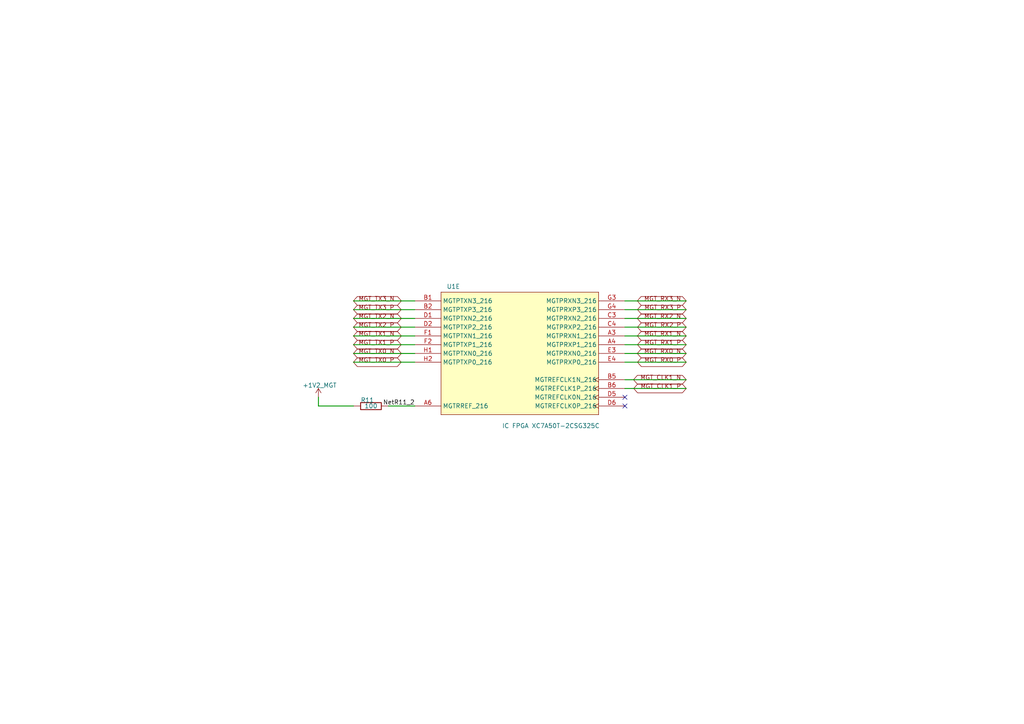
<source format=kicad_sch>
(kicad_sch (version 20230121) (generator eeschema)

  (uuid 0af055e0-d840-47fd-acfa-bc87195192d1)

  (paper "A4")

  (lib_symbols
    (symbol "Custom_Power_Symbols:+1V2_MGT" (power) (pin_names (offset 0)) (in_bom yes) (on_board yes)
      (property "Reference" "#PWR" (at 0 -3.81 0)
        (effects (font (size 1.27 1.27)) hide)
      )
      (property "Value" "+1V2_MGT" (at 0 3.556 0)
        (effects (font (size 1.27 1.27)))
      )
      (property "Footprint" "" (at 0 0 0)
        (effects (font (size 1.27 1.27)) hide)
      )
      (property "Datasheet" "" (at 0 0 0)
        (effects (font (size 1.27 1.27)) hide)
      )
      (property "ki_keywords" "global power" (at 0 0 0)
        (effects (font (size 1.27 1.27)) hide)
      )
      (property "ki_description" "Power symbol creates a global label with name \"+1V2_MGT\"" (at 0 0 0)
        (effects (font (size 1.27 1.27)) hide)
      )
      (symbol "+1V2_MGT_0_1"
        (polyline
          (pts
            (xy -0.762 1.27)
            (xy 0 2.54)
          )
          (stroke (width 0) (type default))
          (fill (type none))
        )
        (polyline
          (pts
            (xy 0 0)
            (xy 0 2.54)
          )
          (stroke (width 0) (type default))
          (fill (type none))
        )
        (polyline
          (pts
            (xy 0 2.54)
            (xy 0.762 1.27)
          )
          (stroke (width 0) (type default))
          (fill (type none))
        )
      )
      (symbol "+1V2_MGT_1_1"
        (pin power_in line (at 0 0 90) (length 0) hide
          (name "+1V2_MGT" (effects (font (size 1.27 1.27))))
          (number "1" (effects (font (size 1.27 1.27))))
        )
      )
    )
    (symbol "scratch-altium-import:root_0_RES 100 OHM 1% 1/20W 0201" (in_bom yes) (on_board yes)
      (property "Reference" "" (at 0 0 0)
        (effects (font (size 1.27 1.27)))
      )
      (property "Value" "" (at 0 0 0)
        (effects (font (size 1.27 1.27)))
      )
      (property "Footprint" "" (at 0 0 0)
        (effects (font (size 1.27 1.27)) hide)
      )
      (property "Datasheet" "" (at 0 0 0)
        (effects (font (size 1.27 1.27)) hide)
      )
      (property "ki_fp_filters" "GEN_R_0201" (at 0 0 0)
        (effects (font (size 1.27 1.27)) hide)
      )
      (symbol "root_0_RES 100 OHM 1% 1/20W 0201_1_0"
        (rectangle (start 3 0.976) (end -3 -1.056)
          (stroke (width 0.254) (type solid))
          (fill (type none))
        )
        (pin passive line (at -5.08 0 0) (length 2)
          (name "1" (effects (font (size 0 0))))
          (number "1" (effects (font (size 0 0))))
        )
        (pin passive line (at 5.08 0 180) (length 2)
          (name "2" (effects (font (size 0 0))))
          (number "2" (effects (font (size 0 0))))
        )
      )
    )
    (symbol "scratch-altium-import:root_2_IC FPGA XC7A50T-2CSG325C" (in_bom yes) (on_board yes)
      (property "Reference" "U1" (at -29.0322 49.5554 0)
        (effects (font (size 1.27 1.27)) (justify left bottom))
      )
      (property "Value" "IC FPGA XC7A50T-2CSG325C" (at -28.0162 -3.937 0)
        (effects (font (size 1.27 1.27)) (justify left bottom))
      )
      (property "Footprint" "XILINX_XC7A50T-2CSG325C" (at 4.8768 130.302 0)
        (effects (font (size 1.27 1.27)) hide)
      )
      (property "Datasheet" "" (at -10.541 4.2164 0)
        (effects (font (size 1.27 1.27)) hide)
      )
      (property "HOUSE PART NUMBER" "XC7A50T-2CSG325C" (at 28.067 55.0164 0)
        (effects (font (size 1.27 1.27)) (justify left bottom) hide)
      )
      (property "MANUFACTURER" "Xilinx" (at 43.307 39.7764 0)
        (effects (font (size 1.27 1.27)) (justify left bottom) hide)
      )
      (property "MANUFACTURER PART NUMBER" "XC7A50T-2CSG325C" (at 28.067 55.0164 0)
        (effects (font (size 1.27 1.27)) (justify left bottom) hide)
      )
      (property "SUPPLIER 1" "Digi-Key" (at 28.067 55.0164 0)
        (effects (font (size 1.27 1.27)) (justify left bottom) hide)
      )
      (property "SUPPLIER PART NUMBER 1" "122-2193-ND" (at 28.067 55.0164 0)
        (effects (font (size 1.27 1.27)) (justify left bottom) hide)
      )
      (property "ki_description" "Artix-7 FPGA, 150 User I/Os, 4 GTP, 324-Ball BGA, Speed Grade 2, Commercial Grade, Pb-Free" (at 0 0 0)
        (effects (font (size 1.27 1.27)) hide)
      )
      (property "ki_fp_filters" "XILINX_XC7A50T-2CSG325C" (at 0 0 0)
        (effects (font (size 1.27 1.27)) hide)
      )
      (symbol "root_2_IC FPGA XC7A50T-2CSG325C_1_0"
        (rectangle (start -5.08 5.3848) (end -45.72 134.9248)
          (stroke (width 0) (type solid))
          (fill (type background))
        )
        (text "BANK 14" (at -40.64 119.6848 900)
          (effects (font (size 1.778 1.778) bold) (justify left bottom))
        )
        (pin bidirectional line (at 2.54 109.5248 180) (length 7.62)
          (name "IO_L5P_T0_D06_14" (effects (font (size 1.27 1.27))))
          (number "J14" (effects (font (size 1.27 1.27))))
        )
        (pin bidirectional line (at 2.54 124.7648 180) (length 7.62)
          (name "IO_L2P_T0_D02_14" (effects (font (size 1.27 1.27))))
          (number "J15" (effects (font (size 1.27 1.27))))
        )
        (pin bidirectional line (at 2.54 122.2248 180) (length 7.62)
          (name "IO_L2N_T0_D03_14" (effects (font (size 1.27 1.27))))
          (number "J16" (effects (font (size 1.27 1.27))))
        )
        (pin bidirectional line (at 2.54 119.6848 180) (length 7.62)
          (name "IO_L3P_T0_DQS_PUDC_B_14" (effects (font (size 1.27 1.27))))
          (number "J18" (effects (font (size 1.27 1.27))))
        )
        (pin bidirectional line (at 2.54 106.9848 180) (length 7.62)
          (name "IO_L5N_T0_D07_14" (effects (font (size 1.27 1.27))))
          (number "K15" (effects (font (size 1.27 1.27))))
        )
        (pin bidirectional line (at 2.54 129.8448 180) (length 7.62)
          (name "IO_L1P_T0_D00_MOSI_14" (effects (font (size 1.27 1.27))))
          (number "K16" (effects (font (size 1.27 1.27))))
        )
        (pin bidirectional line (at 2.54 114.6048 180) (length 7.62)
          (name "IO_L4P_T0_D04_14" (effects (font (size 1.27 1.27))))
          (number "K17" (effects (font (size 1.27 1.27))))
        )
        (pin bidirectional clock (at 2.54 117.1448 180) (length 7.62)
          (name "IO_L3N_T0_DQS_EMCCLK_14" (effects (font (size 1.27 1.27))))
          (number "K18" (effects (font (size 1.27 1.27))))
        )
        (pin bidirectional line (at 2.54 132.3848 180) (length 7.62)
          (name "IO_0_14" (effects (font (size 1.27 1.27))))
          (number "L14" (effects (font (size 1.27 1.27))))
        )
        (pin bidirectional line (at 2.54 104.4448 180) (length 7.62)
          (name "IO_L6P_T0_FCS_B_14" (effects (font (size 1.27 1.27))))
          (number "L15" (effects (font (size 1.27 1.27))))
        )
        (pin bidirectional line (at 2.54 127.3048 180) (length 7.62)
          (name "IO_L1N_T0_D01_DIN_14" (effects (font (size 1.27 1.27))))
          (number "L17" (effects (font (size 1.27 1.27))))
        )
        (pin bidirectional line (at 2.54 112.0648 180) (length 7.62)
          (name "IO_L4N_T0_D05_14" (effects (font (size 1.27 1.27))))
          (number "L18" (effects (font (size 1.27 1.27))))
        )
        (pin bidirectional line (at 2.54 94.2848 180) (length 7.62)
          (name "IO_L8P_T1_D11_14" (effects (font (size 1.27 1.27))))
          (number "M14" (effects (font (size 1.27 1.27))))
        )
        (pin bidirectional line (at 2.54 101.9048 180) (length 7.62)
          (name "IO_L6N_T0_D08_VREF_14" (effects (font (size 1.27 1.27))))
          (number "M15" (effects (font (size 1.27 1.27))))
        )
        (pin bidirectional line (at 2.54 99.3648 180) (length 7.62)
          (name "IO_L7P_T1_D09_14" (effects (font (size 1.27 1.27))))
          (number "M16" (effects (font (size 1.27 1.27))))
        )
        (pin bidirectional line (at 2.54 96.8248 180) (length 7.62)
          (name "IO_L7N_T1_D10_14" (effects (font (size 1.27 1.27))))
          (number "M17" (effects (font (size 1.27 1.27))))
        )
        (pin bidirectional line (at 2.54 91.7448 180) (length 7.62)
          (name "IO_L8N_T1_D12_14" (effects (font (size 1.27 1.27))))
          (number "N14" (effects (font (size 1.27 1.27))))
        )
        (pin bidirectional line (at 2.54 89.2048 180) (length 7.62)
          (name "IO_L9P_T1_DQS_14" (effects (font (size 1.27 1.27))))
          (number "N16" (effects (font (size 1.27 1.27))))
        )
        (pin bidirectional line (at 2.54 86.6648 180) (length 7.62)
          (name "IO_L9N_T1_DQS_D13_14" (effects (font (size 1.27 1.27))))
          (number "N17" (effects (font (size 1.27 1.27))))
        )
        (pin bidirectional line (at 2.54 84.1248 180) (length 7.62)
          (name "IO_L10P_T1_D14_14" (effects (font (size 1.27 1.27))))
          (number "N18" (effects (font (size 1.27 1.27))))
        )
        (pin bidirectional clock (at 2.54 73.9648 180) (length 7.62)
          (name "IO_L12P_T1_MRCC_14" (effects (font (size 1.27 1.27))))
          (number "P14" (effects (font (size 1.27 1.27))))
        )
        (pin bidirectional clock (at 2.54 79.0448 180) (length 7.62)
          (name "IO_L11P_T1_SRCC_14" (effects (font (size 1.27 1.27))))
          (number "P15" (effects (font (size 1.27 1.27))))
        )
        (pin bidirectional clock (at 2.54 76.5048 180) (length 7.62)
          (name "IO_L11N_T1_SRCC_14" (effects (font (size 1.27 1.27))))
          (number "P16" (effects (font (size 1.27 1.27))))
        )
        (pin bidirectional line (at 2.54 81.5848 180) (length 7.62)
          (name "IO_L10N_T1_D15_14" (effects (font (size 1.27 1.27))))
          (number "P18" (effects (font (size 1.27 1.27))))
        )
        (pin bidirectional line (at 2.54 38.4048 180) (length 7.62)
          (name "IO_L19P_T3_A10_D26_14" (effects (font (size 1.27 1.27))))
          (number "R13" (effects (font (size 1.27 1.27))))
        )
        (pin bidirectional clock (at 2.54 71.4248 180) (length 7.62)
          (name "IO_L12N_T1_MRCC_14" (effects (font (size 1.27 1.27))))
          (number "R15" (effects (font (size 1.27 1.27))))
        )
        (pin bidirectional clock (at 2.54 63.8048 180) (length 7.62)
          (name "IO_L14P_T2_SRCC_14" (effects (font (size 1.27 1.27))))
          (number "R16" (effects (font (size 1.27 1.27))))
        )
        (pin bidirectional clock (at 2.54 61.2648 180) (length 7.62)
          (name "IO_L14N_T2_SRCC_14" (effects (font (size 1.27 1.27))))
          (number "R17" (effects (font (size 1.27 1.27))))
        )
        (pin bidirectional line (at 2.54 58.7248 180) (length 7.62)
          (name "IO_L15P_T2_DQS_RDWR_B_14" (effects (font (size 1.27 1.27))))
          (number "R18" (effects (font (size 1.27 1.27))))
        )
        (pin bidirectional line (at 2.54 23.1648 180) (length 7.62)
          (name "IO_L22P_T3_A05_D21_14" (effects (font (size 1.27 1.27))))
          (number "T12" (effects (font (size 1.27 1.27))))
        )
        (pin bidirectional line (at 2.54 35.8648 180) (length 7.62)
          (name "IO_L19N_T3_A09_D25_VREF_14" (effects (font (size 1.27 1.27))))
          (number "T13" (effects (font (size 1.27 1.27))))
        )
        (pin bidirectional clock (at 2.54 68.8848 180) (length 7.62)
          (name "IO_L13P_T2_MRCC_14" (effects (font (size 1.27 1.27))))
          (number "T14" (effects (font (size 1.27 1.27))))
        )
        (pin bidirectional clock (at 2.54 66.3448 180) (length 7.62)
          (name "IO_L13N_T2_MRCC_14" (effects (font (size 1.27 1.27))))
          (number "T15" (effects (font (size 1.27 1.27))))
        )
        (pin bidirectional line (at 2.54 53.6448 180) (length 7.62)
          (name "IO_L16P_T2_CSI_B_14" (effects (font (size 1.27 1.27))))
          (number "T17" (effects (font (size 1.27 1.27))))
        )
        (pin bidirectional line (at 2.54 56.1848 180) (length 7.62)
          (name "IO_L15N_T2_DQS_DOUT_CSO_B_14" (effects (font (size 1.27 1.27))))
          (number "T18" (effects (font (size 1.27 1.27))))
        )
        (pin bidirectional line (at 2.54 7.9248 180) (length 7.62)
          (name "IO_25_14" (effects (font (size 1.27 1.27))))
          (number "U10" (effects (font (size 1.27 1.27))))
        )
        (pin bidirectional line (at 2.54 18.0848 180) (length 7.62)
          (name "IO_L23P_T3_A03_D19_14" (effects (font (size 1.27 1.27))))
          (number "U11" (effects (font (size 1.27 1.27))))
        )
        (pin bidirectional line (at 2.54 20.6248 180) (length 7.62)
          (name "IO_L22N_T3_A04_D20_14" (effects (font (size 1.27 1.27))))
          (number "U12" (effects (font (size 1.27 1.27))))
        )
        (pin bidirectional line (at 2.54 33.3248 180) (length 7.62)
          (name "IO_L20P_T3_A08_D24_14" (effects (font (size 1.27 1.27))))
          (number "U14" (effects (font (size 1.27 1.27))))
        )
        (pin bidirectional line (at 2.54 48.5648 180) (length 7.62)
          (name "IO_L17P_T2_A14_D30_14" (effects (font (size 1.27 1.27))))
          (number "U15" (effects (font (size 1.27 1.27))))
        )
        (pin bidirectional line (at 2.54 46.0248 180) (length 7.62)
          (name "IO_L17N_T2_A13_D29_14" (effects (font (size 1.27 1.27))))
          (number "U16" (effects (font (size 1.27 1.27))))
        )
        (pin bidirectional line (at 2.54 51.1048 180) (length 7.62)
          (name "IO_L16N_T2_A15_D31_14" (effects (font (size 1.27 1.27))))
          (number "U17" (effects (font (size 1.27 1.27))))
        )
        (pin bidirectional line (at 2.54 13.0048 180) (length 7.62)
          (name "IO_L24P_T3_A01_D17_14" (effects (font (size 1.27 1.27))))
          (number "U9" (effects (font (size 1.27 1.27))))
        )
        (pin bidirectional line (at 2.54 15.5448 180) (length 7.62)
          (name "IO_L23N_T3_A02_D18_14" (effects (font (size 1.27 1.27))))
          (number "V11" (effects (font (size 1.27 1.27))))
        )
        (pin bidirectional line (at 2.54 28.2448 180) (length 7.62)
          (name "IO_L21P_T3_DQS_14" (effects (font (size 1.27 1.27))))
          (number "V12" (effects (font (size 1.27 1.27))))
        )
        (pin bidirectional line (at 2.54 25.7048 180) (length 7.62)
          (name "IO_L21N_T3_DQS_A06_D22_14" (effects (font (size 1.27 1.27))))
          (number "V13" (effects (font (size 1.27 1.27))))
        )
        (pin bidirectional line (at 2.54 30.7848 180) (length 7.62)
          (name "IO_L20N_T3_A07_D23_14" (effects (font (size 1.27 1.27))))
          (number "V14" (effects (font (size 1.27 1.27))))
        )
        (pin bidirectional line (at 2.54 43.4848 180) (length 7.62)
          (name "IO_L18P_T2_A12_D28_14" (effects (font (size 1.27 1.27))))
          (number "V16" (effects (font (size 1.27 1.27))))
        )
        (pin bidirectional line (at 2.54 40.9448 180) (length 7.62)
          (name "IO_L18N_T2_A11_D27_14" (effects (font (size 1.27 1.27))))
          (number "V17" (effects (font (size 1.27 1.27))))
        )
        (pin bidirectional line (at 2.54 10.4648 180) (length 7.62)
          (name "IO_L24N_T3_A00_D16_14" (effects (font (size 1.27 1.27))))
          (number "V9" (effects (font (size 1.27 1.27))))
        )
      )
      (symbol "root_2_IC FPGA XC7A50T-2CSG325C_2_0"
        (rectangle (start -44.0436 -0.6858) (end -8.4836 128.8542)
          (stroke (width 0) (type solid))
          (fill (type background))
        )
        (text "BANK 15" (at -38.9636 113.6142 900)
          (effects (font (size 1.778 1.778) bold) (justify left bottom))
        )
        (pin bidirectional line (at -0.8636 100.9142 180) (length 7.62)
          (name "IO_L5N_T0_AD9N_15" (effects (font (size 1.27 1.27))))
          (number "A10" (effects (font (size 1.27 1.27))))
        )
        (pin bidirectional line (at -0.8636 90.7542 180) (length 7.62)
          (name "IO_L7N_T1_AD2N_15" (effects (font (size 1.27 1.27))))
          (number "A12" (effects (font (size 1.27 1.27))))
        )
        (pin bidirectional line (at -0.8636 88.2142 180) (length 7.62)
          (name "IO_L8P_T1_AD10P_15" (effects (font (size 1.27 1.27))))
          (number "A13" (effects (font (size 1.27 1.27))))
        )
        (pin bidirectional line (at -0.8636 85.6742 180) (length 7.62)
          (name "IO_L8N_T1_AD10N_15" (effects (font (size 1.27 1.27))))
          (number "A14" (effects (font (size 1.27 1.27))))
        )
        (pin bidirectional line (at -0.8636 75.5142 180) (length 7.62)
          (name "IO_L10N_T1_AD11N_15" (effects (font (size 1.27 1.27))))
          (number "A15" (effects (font (size 1.27 1.27))))
        )
        (pin bidirectional line (at -0.8636 50.1142 180) (length 7.62)
          (name "IO_L15N_T2_DQS_ADV_B_15" (effects (font (size 1.27 1.27))))
          (number "A17" (effects (font (size 1.27 1.27))))
        )
        (pin bidirectional line (at -0.8636 111.0742 180) (length 7.62)
          (name "IO_L3N_T0_DQS_AD1N_15" (effects (font (size 1.27 1.27))))
          (number "A9" (effects (font (size 1.27 1.27))))
        )
        (pin bidirectional line (at -0.8636 103.4542 180) (length 7.62)
          (name "IO_L5P_T0_AD9P_15" (effects (font (size 1.27 1.27))))
          (number "B10" (effects (font (size 1.27 1.27))))
        )
        (pin bidirectional line (at -0.8636 105.9942 180) (length 7.62)
          (name "IO_L4N_T0_15" (effects (font (size 1.27 1.27))))
          (number "B11" (effects (font (size 1.27 1.27))))
        )
        (pin bidirectional line (at -0.8636 93.2942 180) (length 7.62)
          (name "IO_L7P_T1_AD2P_15" (effects (font (size 1.27 1.27))))
          (number "B12" (effects (font (size 1.27 1.27))))
        )
        (pin bidirectional line (at -0.8636 78.0542 180) (length 7.62)
          (name "IO_L10P_T1_AD11P_15" (effects (font (size 1.27 1.27))))
          (number "B14" (effects (font (size 1.27 1.27))))
        )
        (pin bidirectional line (at -0.8636 80.5942 180) (length 7.62)
          (name "IO_L9N_T1_DQS_AD3N_15" (effects (font (size 1.27 1.27))))
          (number "B15" (effects (font (size 1.27 1.27))))
        )
        (pin bidirectional line (at -0.8636 52.6542 180) (length 7.62)
          (name "IO_L15P_T2_DQS_15" (effects (font (size 1.27 1.27))))
          (number "B16" (effects (font (size 1.27 1.27))))
        )
        (pin bidirectional line (at -0.8636 45.0342 180) (length 7.62)
          (name "IO_L16N_T2_A27_15" (effects (font (size 1.27 1.27))))
          (number "B17" (effects (font (size 1.27 1.27))))
        )
        (pin bidirectional line (at -0.8636 113.6142 180) (length 7.62)
          (name "IO_L3P_T0_DQS_AD1P_15" (effects (font (size 1.27 1.27))))
          (number "B9" (effects (font (size 1.27 1.27))))
        )
        (pin bidirectional line (at -0.8636 108.5342 180) (length 7.62)
          (name "IO_L4P_T0_15" (effects (font (size 1.27 1.27))))
          (number "C11" (effects (font (size 1.27 1.27))))
        )
        (pin bidirectional line (at -0.8636 95.8342 180) (length 7.62)
          (name "IO_L6N_T0_VREF_15" (effects (font (size 1.27 1.27))))
          (number "C12" (effects (font (size 1.27 1.27))))
        )
        (pin bidirectional clock (at -0.8636 70.4342 180) (length 7.62)
          (name "IO_L11N_T1_SRCC_15" (effects (font (size 1.27 1.27))))
          (number "C13" (effects (font (size 1.27 1.27))))
        )
        (pin bidirectional line (at -0.8636 83.1342 180) (length 7.62)
          (name "IO_L9P_T1_DQS_AD3P_15" (effects (font (size 1.27 1.27))))
          (number "C14" (effects (font (size 1.27 1.27))))
        )
        (pin bidirectional line (at -0.8636 47.5742 180) (length 7.62)
          (name "IO_L16P_T2_A28_15" (effects (font (size 1.27 1.27))))
          (number "C16" (effects (font (size 1.27 1.27))))
        )
        (pin bidirectional line (at -0.8636 37.4142 180) (length 7.62)
          (name "IO_L18P_T2_A24_15" (effects (font (size 1.27 1.27))))
          (number "C17" (effects (font (size 1.27 1.27))))
        )
        (pin bidirectional line (at -0.8636 34.8742 180) (length 7.62)
          (name "IO_L18N_T2_A23_15" (effects (font (size 1.27 1.27))))
          (number "C18" (effects (font (size 1.27 1.27))))
        )
        (pin bidirectional line (at -0.8636 121.2342 180) (length 7.62)
          (name "IO_L1N_T0_AD0N_15" (effects (font (size 1.27 1.27))))
          (number "C8" (effects (font (size 1.27 1.27))))
        )
        (pin bidirectional line (at -0.8636 116.1542 180) (length 7.62)
          (name "IO_L2N_T0_AD8N_15" (effects (font (size 1.27 1.27))))
          (number "C9" (effects (font (size 1.27 1.27))))
        )
        (pin bidirectional line (at -0.8636 126.3142 180) (length 7.62)
          (name "IO_0_15" (effects (font (size 1.27 1.27))))
          (number "D10" (effects (font (size 1.27 1.27))))
        )
        (pin bidirectional line (at -0.8636 98.3742 180) (length 7.62)
          (name "IO_L6P_T0_15" (effects (font (size 1.27 1.27))))
          (number "D11" (effects (font (size 1.27 1.27))))
        )
        (pin bidirectional clock (at -0.8636 72.9742 180) (length 7.62)
          (name "IO_L11P_T1_SRCC_15" (effects (font (size 1.27 1.27))))
          (number "D13" (effects (font (size 1.27 1.27))))
        )
        (pin bidirectional clock (at -0.8636 65.3542 180) (length 7.62)
          (name "IO_L12N_T1_MRCC_15" (effects (font (size 1.27 1.27))))
          (number "D14" (effects (font (size 1.27 1.27))))
        )
        (pin bidirectional clock (at -0.8636 60.2742 180) (length 7.62)
          (name "IO_L13N_T2_MRCC_15" (effects (font (size 1.27 1.27))))
          (number "D15" (effects (font (size 1.27 1.27))))
        )
        (pin bidirectional clock (at -0.8636 55.1942 180) (length 7.62)
          (name "IO_L14N_T2_SRCC_15" (effects (font (size 1.27 1.27))))
          (number "D16" (effects (font (size 1.27 1.27))))
        )
        (pin bidirectional line (at -0.8636 39.9542 180) (length 7.62)
          (name "IO_L17N_T2_A25_15" (effects (font (size 1.27 1.27))))
          (number "D18" (effects (font (size 1.27 1.27))))
        )
        (pin bidirectional line (at -0.8636 123.7742 180) (length 7.62)
          (name "IO_L1P_T0_AD0P_15" (effects (font (size 1.27 1.27))))
          (number "D8" (effects (font (size 1.27 1.27))))
        )
        (pin bidirectional line (at -0.8636 118.6942 180) (length 7.62)
          (name "IO_L2P_T0_AD8P_15" (effects (font (size 1.27 1.27))))
          (number "D9" (effects (font (size 1.27 1.27))))
        )
        (pin bidirectional clock (at -0.8636 67.8942 180) (length 7.62)
          (name "IO_L12P_T1_MRCC_15" (effects (font (size 1.27 1.27))))
          (number "E13" (effects (font (size 1.27 1.27))))
        )
        (pin bidirectional clock (at -0.8636 62.8142 180) (length 7.62)
          (name "IO_L13P_T2_MRCC_15" (effects (font (size 1.27 1.27))))
          (number "E15" (effects (font (size 1.27 1.27))))
        )
        (pin bidirectional clock (at -0.8636 57.7342 180) (length 7.62)
          (name "IO_L14P_T2_SRCC_15" (effects (font (size 1.27 1.27))))
          (number "E16" (effects (font (size 1.27 1.27))))
        )
        (pin bidirectional line (at -0.8636 42.4942 180) (length 7.62)
          (name "IO_L17P_T2_A26_15" (effects (font (size 1.27 1.27))))
          (number "E17" (effects (font (size 1.27 1.27))))
        )
        (pin bidirectional line (at -0.8636 4.3942 180) (length 7.62)
          (name "IO_L24N_T3_RS0_15" (effects (font (size 1.27 1.27))))
          (number "E18" (effects (font (size 1.27 1.27))))
        )
        (pin bidirectional line (at -0.8636 14.5542 180) (length 7.62)
          (name "IO_L22N_T3_A16_15" (effects (font (size 1.27 1.27))))
          (number "F14" (effects (font (size 1.27 1.27))))
        )
        (pin bidirectional line (at -0.8636 19.6342 180) (length 7.62)
          (name "IO_L21N_T3_DQS_A18_15" (effects (font (size 1.27 1.27))))
          (number "F15" (effects (font (size 1.27 1.27))))
        )
        (pin bidirectional line (at -0.8636 6.9342 180) (length 7.62)
          (name "IO_L24P_T3_RS1_15" (effects (font (size 1.27 1.27))))
          (number "F17" (effects (font (size 1.27 1.27))))
        )
        (pin bidirectional line (at -0.8636 29.7942 180) (length 7.62)
          (name "IO_L19N_T3_A21_VREF_15" (effects (font (size 1.27 1.27))))
          (number "F18" (effects (font (size 1.27 1.27))))
        )
        (pin bidirectional line (at -0.8636 17.0942 180) (length 7.62)
          (name "IO_L22P_T3_A17_15" (effects (font (size 1.27 1.27))))
          (number "G14" (effects (font (size 1.27 1.27))))
        )
        (pin bidirectional line (at -0.8636 22.1742 180) (length 7.62)
          (name "IO_L21P_T3_DQS_15" (effects (font (size 1.27 1.27))))
          (number "G15" (effects (font (size 1.27 1.27))))
        )
        (pin bidirectional line (at -0.8636 24.7142 180) (length 7.62)
          (name "IO_L20N_T3_A19_15" (effects (font (size 1.27 1.27))))
          (number "G16" (effects (font (size 1.27 1.27))))
        )
        (pin bidirectional line (at -0.8636 32.3342 180) (length 7.62)
          (name "IO_L19P_T3_A22_15" (effects (font (size 1.27 1.27))))
          (number "G17" (effects (font (size 1.27 1.27))))
        )
        (pin bidirectional line (at -0.8636 1.8542 180) (length 7.62)
          (name "IO_25_15" (effects (font (size 1.27 1.27))))
          (number "H14" (effects (font (size 1.27 1.27))))
        )
        (pin bidirectional line (at -0.8636 27.2542 180) (length 7.62)
          (name "IO_L20P_T3_A20_15" (effects (font (size 1.27 1.27))))
          (number "H16" (effects (font (size 1.27 1.27))))
        )
        (pin bidirectional line (at -0.8636 12.0142 180) (length 7.62)
          (name "IO_L23P_T3_FOE_B_15" (effects (font (size 1.27 1.27))))
          (number "H17" (effects (font (size 1.27 1.27))))
        )
        (pin bidirectional line (at -0.8636 9.4742 180) (length 7.62)
          (name "IO_L23N_T3_FWE_B_15" (effects (font (size 1.27 1.27))))
          (number "H18" (effects (font (size 1.27 1.27))))
        )
      )
      (symbol "root_2_IC FPGA XC7A50T-2CSG325C_3_0"
        (rectangle (start -43.8658 -0.9652) (end -13.3858 128.5748)
          (stroke (width 0) (type solid))
          (fill (type background))
        )
        (text "BANK 34" (at -38.7858 113.3348 900)
          (effects (font (size 1.778 1.778) bold) (justify left bottom))
        )
        (pin bidirectional line (at -5.7658 115.8748 180) (length 7.62)
          (name "IO_L2N_T0_34" (effects (font (size 1.27 1.27))))
          (number "J4" (effects (font (size 1.27 1.27))))
        )
        (pin bidirectional line (at -5.7658 118.4148 180) (length 7.62)
          (name "IO_L2P_T0_34" (effects (font (size 1.27 1.27))))
          (number "J5" (effects (font (size 1.27 1.27))))
        )
        (pin bidirectional line (at -5.7658 126.0348 180) (length 7.62)
          (name "IO_0_34" (effects (font (size 1.27 1.27))))
          (number "J6" (effects (font (size 1.27 1.27))))
        )
        (pin bidirectional line (at -5.7658 110.7948 180) (length 7.62)
          (name "IO_L3N_T0_DQS_34" (effects (font (size 1.27 1.27))))
          (number "K1" (effects (font (size 1.27 1.27))))
        )
        (pin bidirectional line (at -5.7658 113.3348 180) (length 7.62)
          (name "IO_L3P_T0_DQS_34" (effects (font (size 1.27 1.27))))
          (number "K2" (effects (font (size 1.27 1.27))))
        )
        (pin bidirectional line (at -5.7658 108.2548 180) (length 7.62)
          (name "IO_L4P_T0_34" (effects (font (size 1.27 1.27))))
          (number "K3" (effects (font (size 1.27 1.27))))
        )
        (pin bidirectional line (at -5.7658 120.9548 180) (length 7.62)
          (name "IO_L1N_T0_34" (effects (font (size 1.27 1.27))))
          (number "K5" (effects (font (size 1.27 1.27))))
        )
        (pin bidirectional line (at -5.7658 123.4948 180) (length 7.62)
          (name "IO_L1P_T0_34" (effects (font (size 1.27 1.27))))
          (number "K6" (effects (font (size 1.27 1.27))))
        )
        (pin bidirectional line (at -5.7658 105.7148 180) (length 7.62)
          (name "IO_L4N_T0_34" (effects (font (size 1.27 1.27))))
          (number "L2" (effects (font (size 1.27 1.27))))
        )
        (pin bidirectional line (at -5.7658 100.6348 180) (length 7.62)
          (name "IO_L5N_T0_34" (effects (font (size 1.27 1.27))))
          (number "L3" (effects (font (size 1.27 1.27))))
        )
        (pin bidirectional line (at -5.7658 103.1748 180) (length 7.62)
          (name "IO_L5P_T0_34" (effects (font (size 1.27 1.27))))
          (number "L4" (effects (font (size 1.27 1.27))))
        )
        (pin bidirectional line (at -5.7658 98.0948 180) (length 7.62)
          (name "IO_L6P_T0_34" (effects (font (size 1.27 1.27))))
          (number "L5" (effects (font (size 1.27 1.27))))
        )
        (pin bidirectional line (at -5.7658 90.4748 180) (length 7.62)
          (name "IO_L7N_T1_34" (effects (font (size 1.27 1.27))))
          (number "M1" (effects (font (size 1.27 1.27))))
        )
        (pin bidirectional line (at -5.7658 93.0148 180) (length 7.62)
          (name "IO_L7P_T1_34" (effects (font (size 1.27 1.27))))
          (number "M2" (effects (font (size 1.27 1.27))))
        )
        (pin bidirectional line (at -5.7658 77.7748 180) (length 7.62)
          (name "IO_L10P_T1_34" (effects (font (size 1.27 1.27))))
          (number "M4" (effects (font (size 1.27 1.27))))
        )
        (pin bidirectional line (at -5.7658 95.5548 180) (length 7.62)
          (name "IO_L6N_T0_VREF_34" (effects (font (size 1.27 1.27))))
          (number "M5" (effects (font (size 1.27 1.27))))
        )
        (pin bidirectional line (at -5.7658 87.9348 180) (length 7.62)
          (name "IO_L8P_T1_34" (effects (font (size 1.27 1.27))))
          (number "M6" (effects (font (size 1.27 1.27))))
        )
        (pin bidirectional line (at -5.7658 82.8548 180) (length 7.62)
          (name "IO_L9P_T1_DQS_34" (effects (font (size 1.27 1.27))))
          (number "N1" (effects (font (size 1.27 1.27))))
        )
        (pin bidirectional clock (at -5.7658 70.1548 180) (length 7.62)
          (name "IO_L11N_T1_SRCC_34" (effects (font (size 1.27 1.27))))
          (number "N2" (effects (font (size 1.27 1.27))))
        )
        (pin bidirectional clock (at -5.7658 72.6948 180) (length 7.62)
          (name "IO_L11P_T1_SRCC_34" (effects (font (size 1.27 1.27))))
          (number "N3" (effects (font (size 1.27 1.27))))
        )
        (pin bidirectional line (at -5.7658 75.2348 180) (length 7.62)
          (name "IO_L10N_T1_34" (effects (font (size 1.27 1.27))))
          (number "N4" (effects (font (size 1.27 1.27))))
        )
        (pin bidirectional line (at -5.7658 85.3948 180) (length 7.62)
          (name "IO_L8N_T1_34" (effects (font (size 1.27 1.27))))
          (number "N6" (effects (font (size 1.27 1.27))))
        )
        (pin bidirectional line (at -5.7658 80.3148 180) (length 7.62)
          (name "IO_L9N_T1_DQS_34" (effects (font (size 1.27 1.27))))
          (number "P1" (effects (font (size 1.27 1.27))))
        )
        (pin bidirectional clock (at -5.7658 65.0748 180) (length 7.62)
          (name "IO_L12N_T1_MRCC_34" (effects (font (size 1.27 1.27))))
          (number "P3" (effects (font (size 1.27 1.27))))
        )
        (pin bidirectional clock (at -5.7658 67.6148 180) (length 7.62)
          (name "IO_L12P_T1_MRCC_34" (effects (font (size 1.27 1.27))))
          (number "P4" (effects (font (size 1.27 1.27))))
        )
        (pin bidirectional line (at -5.7658 29.5148 180) (length 7.62)
          (name "IO_L19N_T3_VREF_34" (effects (font (size 1.27 1.27))))
          (number "P5" (effects (font (size 1.27 1.27))))
        )
        (pin bidirectional line (at -5.7658 32.0548 180) (length 7.62)
          (name "IO_L19P_T3_34" (effects (font (size 1.27 1.27))))
          (number "P6" (effects (font (size 1.27 1.27))))
        )
        (pin bidirectional clock (at -5.7658 59.9948 180) (length 7.62)
          (name "IO_L13N_T2_MRCC_34" (effects (font (size 1.27 1.27))))
          (number "R1" (effects (font (size 1.27 1.27))))
        )
        (pin bidirectional clock (at -5.7658 62.5348 180) (length 7.62)
          (name "IO_L13P_T2_MRCC_34" (effects (font (size 1.27 1.27))))
          (number "R2" (effects (font (size 1.27 1.27))))
        )
        (pin bidirectional clock (at -5.7658 57.4548 180) (length 7.62)
          (name "IO_L14P_T2_SRCC_34" (effects (font (size 1.27 1.27))))
          (number "R3" (effects (font (size 1.27 1.27))))
        )
        (pin bidirectional line (at -5.7658 21.8948 180) (length 7.62)
          (name "IO_L21P_T3_DQS_34" (effects (font (size 1.27 1.27))))
          (number "R5" (effects (font (size 1.27 1.27))))
        )
        (pin bidirectional line (at -5.7658 1.5748 180) (length 7.62)
          (name "IO_25_34" (effects (font (size 1.27 1.27))))
          (number "R6" (effects (font (size 1.27 1.27))))
        )
        (pin bidirectional line (at -5.7658 16.8148 180) (length 7.62)
          (name "IO_L22P_T3_34" (effects (font (size 1.27 1.27))))
          (number "R7" (effects (font (size 1.27 1.27))))
        )
        (pin bidirectional clock (at -5.7658 54.9148 180) (length 7.62)
          (name "IO_L14N_T2_SRCC_34" (effects (font (size 1.27 1.27))))
          (number "T2" (effects (font (size 1.27 1.27))))
        )
        (pin bidirectional line (at -5.7658 39.6748 180) (length 7.62)
          (name "IO_L17N_T2_34" (effects (font (size 1.27 1.27))))
          (number "T3" (effects (font (size 1.27 1.27))))
        )
        (pin bidirectional line (at -5.7658 42.2148 180) (length 7.62)
          (name "IO_L17P_T2_34" (effects (font (size 1.27 1.27))))
          (number "T4" (effects (font (size 1.27 1.27))))
        )
        (pin bidirectional line (at -5.7658 19.3548 180) (length 7.62)
          (name "IO_L21N_T3_DQS_34" (effects (font (size 1.27 1.27))))
          (number "T5" (effects (font (size 1.27 1.27))))
        )
        (pin bidirectional line (at -5.7658 14.2748 180) (length 7.62)
          (name "IO_L22N_T3_34" (effects (font (size 1.27 1.27))))
          (number "T7" (effects (font (size 1.27 1.27))))
        )
        (pin bidirectional line (at -5.7658 49.8348 180) (length 7.62)
          (name "IO_L15N_T2_DQS_34" (effects (font (size 1.27 1.27))))
          (number "U1" (effects (font (size 1.27 1.27))))
        )
        (pin bidirectional line (at -5.7658 52.3748 180) (length 7.62)
          (name "IO_L15P_T2_DQS_34" (effects (font (size 1.27 1.27))))
          (number "U2" (effects (font (size 1.27 1.27))))
        )
        (pin bidirectional line (at -5.7658 37.1348 180) (length 7.62)
          (name "IO_L18P_T2_34" (effects (font (size 1.27 1.27))))
          (number "U4" (effects (font (size 1.27 1.27))))
        )
        (pin bidirectional line (at -5.7658 24.4348 180) (length 7.62)
          (name "IO_L20N_T3_34" (effects (font (size 1.27 1.27))))
          (number "U5" (effects (font (size 1.27 1.27))))
        )
        (pin bidirectional line (at -5.7658 26.9748 180) (length 7.62)
          (name "IO_L20P_T3_34" (effects (font (size 1.27 1.27))))
          (number "U6" (effects (font (size 1.27 1.27))))
        )
        (pin bidirectional line (at -5.7658 11.7348 180) (length 7.62)
          (name "IO_L23P_T3_34" (effects (font (size 1.27 1.27))))
          (number "U7" (effects (font (size 1.27 1.27))))
        )
        (pin bidirectional line (at -5.7658 44.7548 180) (length 7.62)
          (name "IO_L16N_T2_34" (effects (font (size 1.27 1.27))))
          (number "V2" (effects (font (size 1.27 1.27))))
        )
        (pin bidirectional line (at -5.7658 47.2948 180) (length 7.62)
          (name "IO_L16P_T2_34" (effects (font (size 1.27 1.27))))
          (number "V3" (effects (font (size 1.27 1.27))))
        )
        (pin bidirectional line (at -5.7658 34.5948 180) (length 7.62)
          (name "IO_L18N_T2_34" (effects (font (size 1.27 1.27))))
          (number "V4" (effects (font (size 1.27 1.27))))
        )
        (pin bidirectional line (at -5.7658 9.1948 180) (length 7.62)
          (name "IO_L23N_T3_34" (effects (font (size 1.27 1.27))))
          (number "V6" (effects (font (size 1.27 1.27))))
        )
        (pin bidirectional line (at -5.7658 4.1148 180) (length 7.62)
          (name "IO_L24N_T3_34" (effects (font (size 1.27 1.27))))
          (number "V7" (effects (font (size 1.27 1.27))))
        )
        (pin bidirectional line (at -5.7658 6.6548 180) (length 7.62)
          (name "IO_L24P_T3_34" (effects (font (size 1.27 1.27))))
          (number "V8" (effects (font (size 1.27 1.27))))
        )
      )
      (symbol "root_2_IC FPGA XC7A50T-2CSG325C_4_0"
        (rectangle (start 31.6484 126.7206) (end 11.3284 63.2206)
          (stroke (width 0) (type solid))
          (fill (type background))
        )
        (pin input line (at 39.2684 88.6206 180) (length 7.62)
          (name "CFGBVS_0" (effects (font (size 1.27 1.27))))
          (number "E12" (effects (font (size 1.27 1.27))))
        )
        (pin bidirectional clock (at 39.2684 111.4806 180) (length 7.62)
          (name "CCLK_0" (effects (font (size 1.27 1.27))))
          (number "E8" (effects (font (size 1.27 1.27))))
        )
        (pin bidirectional line (at 39.2684 98.7806 180) (length 7.62)
          (name "DONE_0" (effects (font (size 1.27 1.27))))
          (number "F12" (effects (font (size 1.27 1.27))))
        )
        (pin input line (at 39.2684 103.8606 180) (length 7.62)
          (name "M2_0" (effects (font (size 1.27 1.27))))
          (number "F13" (effects (font (size 1.27 1.27))))
        )
        (pin input clock (at 39.2684 119.1006 180) (length 7.62)
          (name "TCK_0" (effects (font (size 1.27 1.27))))
          (number "F8" (effects (font (size 1.27 1.27))))
        )
        (pin input line (at 39.2684 83.5406 180) (length 7.62)
          (name "VP_0" (effects (font (size 1.27 1.27))))
          (number "K10" (effects (font (size 1.27 1.27))))
        )
        (pin input line (at 39.2684 73.3806 180) (length 7.62)
          (name "VREFN_0" (effects (font (size 1.27 1.27))))
          (number "K9" (effects (font (size 1.27 1.27))))
        )
        (pin input line (at 39.2684 75.9206 180) (length 7.62)
          (name "VREFP_0" (effects (font (size 1.27 1.27))))
          (number "L10" (effects (font (size 1.27 1.27))))
        )
        (pin input line (at 39.2684 81.0006 180) (length 7.62)
          (name "VN_0" (effects (font (size 1.27 1.27))))
          (number "L9" (effects (font (size 1.27 1.27))))
        )
        (pin input line (at 39.2684 68.3006 180) (length 7.62)
          (name "DXP_0" (effects (font (size 1.27 1.27))))
          (number "M10" (effects (font (size 1.27 1.27))))
        )
        (pin input line (at 39.2684 65.7606 180) (length 7.62)
          (name "DXN_0" (effects (font (size 1.27 1.27))))
          (number "M9" (effects (font (size 1.27 1.27))))
        )
        (pin input line (at 39.2684 91.1606 180) (length 7.62)
          (name "PROGRAM_B_0" (effects (font (size 1.27 1.27))))
          (number "P10" (effects (font (size 1.27 1.27))))
        )
        (pin input line (at 39.2684 106.4006 180) (length 7.62)
          (name "M1_0" (effects (font (size 1.27 1.27))))
          (number "R11" (effects (font (size 1.27 1.27))))
        )
        (pin input line (at 39.2684 108.9406 180) (length 7.62)
          (name "M0_0" (effects (font (size 1.27 1.27))))
          (number "R12" (effects (font (size 1.27 1.27))))
        )
        (pin input line (at 39.2684 116.5606 180) (length 7.62)
          (name "TMS_0" (effects (font (size 1.27 1.27))))
          (number "R8" (effects (font (size 1.27 1.27))))
        )
        (pin bidirectional line (at 39.2684 96.2406 180) (length 7.62)
          (name "INIT_B_0" (effects (font (size 1.27 1.27))))
          (number "T10" (effects (font (size 1.27 1.27))))
        )
        (pin output line (at 39.2684 121.6406 180) (length 7.62)
          (name "TDO_0" (effects (font (size 1.27 1.27))))
          (number "T8" (effects (font (size 1.27 1.27))))
        )
        (pin input line (at 39.2684 124.1806 180) (length 7.62)
          (name "TDI_0" (effects (font (size 1.27 1.27))))
          (number "T9" (effects (font (size 1.27 1.27))))
        )
      )
      (symbol "root_2_IC FPGA XC7A50T-2CSG325C_5_0"
        (rectangle (start 0 35.56) (end -45.72 0)
          (stroke (width 0) (type solid))
          (fill (type background))
        )
        (pin input line (at 7.62 22.86 180) (length 7.62)
          (name "MGTPRXN1_216" (effects (font (size 1.27 1.27))))
          (number "A3" (effects (font (size 1.27 1.27))))
        )
        (pin input line (at 7.62 20.32 180) (length 7.62)
          (name "MGTPRXP1_216" (effects (font (size 1.27 1.27))))
          (number "A4" (effects (font (size 1.27 1.27))))
        )
        (pin input line (at -53.34 2.54 0) (length 7.62)
          (name "MGTRREF_216" (effects (font (size 1.27 1.27))))
          (number "A6" (effects (font (size 1.27 1.27))))
        )
        (pin output line (at -53.34 33.02 0) (length 7.62)
          (name "MGTPTXN3_216" (effects (font (size 1.27 1.27))))
          (number "B1" (effects (font (size 1.27 1.27))))
        )
        (pin output line (at -53.34 30.48 0) (length 7.62)
          (name "MGTPTXP3_216" (effects (font (size 1.27 1.27))))
          (number "B2" (effects (font (size 1.27 1.27))))
        )
        (pin input clock (at 7.62 10.16 180) (length 7.62)
          (name "MGTREFCLK1N_216" (effects (font (size 1.27 1.27))))
          (number "B5" (effects (font (size 1.27 1.27))))
        )
        (pin input clock (at 7.62 7.62 180) (length 7.62)
          (name "MGTREFCLK1P_216" (effects (font (size 1.27 1.27))))
          (number "B6" (effects (font (size 1.27 1.27))))
        )
        (pin input line (at 7.62 27.94 180) (length 7.62)
          (name "MGTPRXN2_216" (effects (font (size 1.27 1.27))))
          (number "C3" (effects (font (size 1.27 1.27))))
        )
        (pin input line (at 7.62 25.4 180) (length 7.62)
          (name "MGTPRXP2_216" (effects (font (size 1.27 1.27))))
          (number "C4" (effects (font (size 1.27 1.27))))
        )
        (pin output line (at -53.34 27.94 0) (length 7.62)
          (name "MGTPTXN2_216" (effects (font (size 1.27 1.27))))
          (number "D1" (effects (font (size 1.27 1.27))))
        )
        (pin output line (at -53.34 25.4 0) (length 7.62)
          (name "MGTPTXP2_216" (effects (font (size 1.27 1.27))))
          (number "D2" (effects (font (size 1.27 1.27))))
        )
        (pin input clock (at 7.62 5.08 180) (length 7.62)
          (name "MGTREFCLK0N_216" (effects (font (size 1.27 1.27))))
          (number "D5" (effects (font (size 1.27 1.27))))
        )
        (pin input clock (at 7.62 2.54 180) (length 7.62)
          (name "MGTREFCLK0P_216" (effects (font (size 1.27 1.27))))
          (number "D6" (effects (font (size 1.27 1.27))))
        )
        (pin input line (at 7.62 17.78 180) (length 7.62)
          (name "MGTPRXN0_216" (effects (font (size 1.27 1.27))))
          (number "E3" (effects (font (size 1.27 1.27))))
        )
        (pin input line (at 7.62 15.24 180) (length 7.62)
          (name "MGTPRXP0_216" (effects (font (size 1.27 1.27))))
          (number "E4" (effects (font (size 1.27 1.27))))
        )
        (pin output line (at -53.34 22.86 0) (length 7.62)
          (name "MGTPTXN1_216" (effects (font (size 1.27 1.27))))
          (number "F1" (effects (font (size 1.27 1.27))))
        )
        (pin output line (at -53.34 20.32 0) (length 7.62)
          (name "MGTPTXP1_216" (effects (font (size 1.27 1.27))))
          (number "F2" (effects (font (size 1.27 1.27))))
        )
        (pin input line (at 7.62 33.02 180) (length 7.62)
          (name "MGTPRXN3_216" (effects (font (size 1.27 1.27))))
          (number "G3" (effects (font (size 1.27 1.27))))
        )
        (pin input line (at 7.62 30.48 180) (length 7.62)
          (name "MGTPRXP3_216" (effects (font (size 1.27 1.27))))
          (number "G4" (effects (font (size 1.27 1.27))))
        )
        (pin output line (at -53.34 17.78 0) (length 7.62)
          (name "MGTPTXN0_216" (effects (font (size 1.27 1.27))))
          (number "H1" (effects (font (size 1.27 1.27))))
        )
        (pin output line (at -53.34 15.24 0) (length 7.62)
          (name "MGTPTXP0_216" (effects (font (size 1.27 1.27))))
          (number "H2" (effects (font (size 1.27 1.27))))
        )
      )
      (symbol "root_2_IC FPGA XC7A50T-2CSG325C_6_0"
        (rectangle (start 0 15.24) (end -30.48 0)
          (stroke (width 0) (type solid))
          (fill (type background))
        )
        (pin power_in line (at -38.1 2.54 0) (length 7.62)
          (name "MGTAVTT" (effects (font (size 1.27 1.27))))
          (number "A2" (effects (font (size 1.27 1.27))))
        )
        (pin power_in line (at 7.62 2.54 180) (length 7.62)
          (name "MGTAVCC" (effects (font (size 1.27 1.27))))
          (number "B4" (effects (font (size 1.27 1.27))))
        )
        (pin power_in line (at -38.1 5.08 0) (length 7.62)
          (name "MGTAVTT" (effects (font (size 1.27 1.27))))
          (number "C1" (effects (font (size 1.27 1.27))))
        )
        (pin power_in line (at 7.62 5.08 180) (length 7.62)
          (name "MGTAVCC" (effects (font (size 1.27 1.27))))
          (number "C5" (effects (font (size 1.27 1.27))))
        )
        (pin power_in line (at -38.1 7.62 0) (length 7.62)
          (name "MGTAVTT" (effects (font (size 1.27 1.27))))
          (number "E1" (effects (font (size 1.27 1.27))))
        )
        (pin power_in line (at 7.62 7.62 180) (length 7.62)
          (name "MGTAVCC" (effects (font (size 1.27 1.27))))
          (number "E5" (effects (font (size 1.27 1.27))))
        )
        (pin power_in line (at -38.1 10.16 0) (length 7.62)
          (name "MGTAVTT" (effects (font (size 1.27 1.27))))
          (number "F3" (effects (font (size 1.27 1.27))))
        )
        (pin power_in line (at 7.62 10.16 180) (length 7.62)
          (name "MGTAVCC" (effects (font (size 1.27 1.27))))
          (number "F5" (effects (font (size 1.27 1.27))))
        )
        (pin power_in line (at -38.1 12.7 0) (length 7.62)
          (name "MGTAVTT" (effects (font (size 1.27 1.27))))
          (number "G2" (effects (font (size 1.27 1.27))))
        )
      )
      (symbol "root_2_IC FPGA XC7A50T-2CSG325C_7_0"
        (rectangle (start 0 38.1) (end -25.4 0)
          (stroke (width 0) (type solid))
          (fill (type background))
        )
        (pin power_in line (at -33.02 2.54 0) (length 7.62)
          (name "VCCO_15" (effects (font (size 1.27 1.27))))
          (number "A16" (effects (font (size 1.27 1.27))))
        )
        (pin power_in line (at -33.02 5.08 0) (length 7.62)
          (name "VCCO_15" (effects (font (size 1.27 1.27))))
          (number "B13" (effects (font (size 1.27 1.27))))
        )
        (pin power_in line (at -33.02 7.62 0) (length 7.62)
          (name "VCCO_15" (effects (font (size 1.27 1.27))))
          (number "C10" (effects (font (size 1.27 1.27))))
        )
        (pin power_in line (at -33.02 10.16 0) (length 7.62)
          (name "VCCO_15" (effects (font (size 1.27 1.27))))
          (number "D17" (effects (font (size 1.27 1.27))))
        )
        (pin power_in line (at 7.62 2.54 180) (length 7.62)
          (name "VCCO_0" (effects (font (size 1.27 1.27))))
          (number "E10" (effects (font (size 1.27 1.27))))
        )
        (pin power_in line (at -33.02 12.7 0) (length 7.62)
          (name "VCCO_15" (effects (font (size 1.27 1.27))))
          (number "E14" (effects (font (size 1.27 1.27))))
        )
        (pin power_in line (at -33.02 15.24 0) (length 7.62)
          (name "VCCO_15" (effects (font (size 1.27 1.27))))
          (number "G18" (effects (font (size 1.27 1.27))))
        )
        (pin power_in line (at -33.02 17.78 0) (length 7.62)
          (name "VCCO_15" (effects (font (size 1.27 1.27))))
          (number "H15" (effects (font (size 1.27 1.27))))
        )
        (pin power_in line (at 7.62 10.16 180) (length 7.62)
          (name "VCCO_14" (effects (font (size 1.27 1.27))))
          (number "L16" (effects (font (size 1.27 1.27))))
        )
        (pin power_in line (at -33.02 22.86 0) (length 7.62)
          (name "VCCO_34" (effects (font (size 1.27 1.27))))
          (number "L6" (effects (font (size 1.27 1.27))))
        )
        (pin power_in line (at -33.02 25.4 0) (length 7.62)
          (name "VCCO_34" (effects (font (size 1.27 1.27))))
          (number "M3" (effects (font (size 1.27 1.27))))
        )
        (pin power_in line (at 7.62 12.7 180) (length 7.62)
          (name "VCCO_14" (effects (font (size 1.27 1.27))))
          (number "P17" (effects (font (size 1.27 1.27))))
        )
        (pin power_in line (at -33.02 27.94 0) (length 7.62)
          (name "VCCO_34" (effects (font (size 1.27 1.27))))
          (number "P7" (effects (font (size 1.27 1.27))))
        )
        (pin power_in line (at 7.62 5.08 180) (length 7.62)
          (name "VCCO_0" (effects (font (size 1.27 1.27))))
          (number "R10" (effects (font (size 1.27 1.27))))
        )
        (pin power_in line (at 7.62 15.24 180) (length 7.62)
          (name "VCCO_14" (effects (font (size 1.27 1.27))))
          (number "R14" (effects (font (size 1.27 1.27))))
        )
        (pin power_in line (at -33.02 30.48 0) (length 7.62)
          (name "VCCO_34" (effects (font (size 1.27 1.27))))
          (number "R4" (effects (font (size 1.27 1.27))))
        )
        (pin power_in line (at -33.02 33.02 0) (length 7.62)
          (name "VCCO_34" (effects (font (size 1.27 1.27))))
          (number "T1" (effects (font (size 1.27 1.27))))
        )
        (pin power_in line (at 7.62 17.78 180) (length 7.62)
          (name "VCCO_14" (effects (font (size 1.27 1.27))))
          (number "T11" (effects (font (size 1.27 1.27))))
        )
        (pin power_in line (at 7.62 22.86 180) (length 7.62)
          (name "VCCO_14" (effects (font (size 1.27 1.27))))
          (number "U18" (effects (font (size 1.27 1.27))))
        )
        (pin power_in line (at 7.62 20.32 180) (length 7.62)
          (name "VCCO_14" (effects (font (size 1.27 1.27))))
          (number "U8" (effects (font (size 1.27 1.27))))
        )
        (pin power_in line (at 7.62 25.4 180) (length 7.62)
          (name "VCCO_14" (effects (font (size 1.27 1.27))))
          (number "V15" (effects (font (size 1.27 1.27))))
        )
        (pin power_in line (at -33.02 35.56 0) (length 7.62)
          (name "VCCO_34" (effects (font (size 1.27 1.27))))
          (number "V5" (effects (font (size 1.27 1.27))))
        )
      )
      (symbol "root_2_IC FPGA XC7A50T-2CSG325C_8_0"
        (rectangle (start 0 48.26) (end -30.48 0)
          (stroke (width 0) (type solid))
          (fill (type background))
        )
        (pin power_in line (at -38.1 2.54 0) (length 7.62)
          (name "VCCBATT_0" (effects (font (size 1.27 1.27))))
          (number "E11" (effects (font (size 1.27 1.27))))
        )
        (pin power_in line (at -38.1 27.94 0) (length 7.62)
          (name "VCCBRAM" (effects (font (size 1.27 1.27))))
          (number "F11" (effects (font (size 1.27 1.27))))
        )
        (pin power_in line (at 7.62 2.54 180) (length 7.62)
          (name "VCCINT" (effects (font (size 1.27 1.27))))
          (number "F7" (effects (font (size 1.27 1.27))))
        )
        (pin power_in line (at 7.62 5.08 180) (length 7.62)
          (name "VCCINT" (effects (font (size 1.27 1.27))))
          (number "F9" (effects (font (size 1.27 1.27))))
        )
        (pin power_in line (at -38.1 30.48 0) (length 7.62)
          (name "VCCBRAM" (effects (font (size 1.27 1.27))))
          (number "G10" (effects (font (size 1.27 1.27))))
        )
        (pin power_in line (at -38.1 12.7 0) (length 7.62)
          (name "VCCAUX" (effects (font (size 1.27 1.27))))
          (number "G12" (effects (font (size 1.27 1.27))))
        )
        (pin power_in line (at 7.62 7.62 180) (length 7.62)
          (name "VCCINT" (effects (font (size 1.27 1.27))))
          (number "G8" (effects (font (size 1.27 1.27))))
        )
        (pin power_in line (at -38.1 33.02 0) (length 7.62)
          (name "VCCBRAM" (effects (font (size 1.27 1.27))))
          (number "H11" (effects (font (size 1.27 1.27))))
        )
        (pin power_in line (at -38.1 15.24 0) (length 7.62)
          (name "VCCAUX" (effects (font (size 1.27 1.27))))
          (number "H13" (effects (font (size 1.27 1.27))))
        )
        (pin power_in line (at 7.62 10.16 180) (length 7.62)
          (name "VCCINT" (effects (font (size 1.27 1.27))))
          (number "H7" (effects (font (size 1.27 1.27))))
        )
        (pin power_in line (at 7.62 12.7 180) (length 7.62)
          (name "VCCINT" (effects (font (size 1.27 1.27))))
          (number "H9" (effects (font (size 1.27 1.27))))
        )
        (pin power_out line (at -38.1 7.62 0) (length 7.62)
          (name "VCCADC_0" (effects (font (size 1.27 1.27))))
          (number "J10" (effects (font (size 1.27 1.27))))
        )
        (pin power_in line (at 7.62 17.78 180) (length 7.62)
          (name "VCCINT" (effects (font (size 1.27 1.27))))
          (number "J12" (effects (font (size 1.27 1.27))))
        )
        (pin power_in line (at 7.62 15.24 180) (length 7.62)
          (name "VCCINT" (effects (font (size 1.27 1.27))))
          (number "J8" (effects (font (size 1.27 1.27))))
        )
        (pin power_in line (at 7.62 22.86 180) (length 7.62)
          (name "VCCINT" (effects (font (size 1.27 1.27))))
          (number "K11" (effects (font (size 1.27 1.27))))
        )
        (pin power_in line (at -38.1 17.78 0) (length 7.62)
          (name "VCCAUX" (effects (font (size 1.27 1.27))))
          (number "K13" (effects (font (size 1.27 1.27))))
        )
        (pin power_in line (at 7.62 20.32 180) (length 7.62)
          (name "VCCINT" (effects (font (size 1.27 1.27))))
          (number "K7" (effects (font (size 1.27 1.27))))
        )
        (pin power_in line (at 7.62 27.94 180) (length 7.62)
          (name "VCCINT" (effects (font (size 1.27 1.27))))
          (number "L12" (effects (font (size 1.27 1.27))))
        )
        (pin power_in line (at 7.62 25.4 180) (length 7.62)
          (name "VCCINT" (effects (font (size 1.27 1.27))))
          (number "L8" (effects (font (size 1.27 1.27))))
        )
        (pin power_in line (at 7.62 33.02 180) (length 7.62)
          (name "VCCINT" (effects (font (size 1.27 1.27))))
          (number "M11" (effects (font (size 1.27 1.27))))
        )
        (pin power_in line (at -38.1 20.32 0) (length 7.62)
          (name "VCCAUX" (effects (font (size 1.27 1.27))))
          (number "M13" (effects (font (size 1.27 1.27))))
        )
        (pin power_in line (at 7.62 30.48 180) (length 7.62)
          (name "VCCINT" (effects (font (size 1.27 1.27))))
          (number "M7" (effects (font (size 1.27 1.27))))
        )
        (pin power_in line (at 7.62 38.1 180) (length 7.62)
          (name "VCCINT" (effects (font (size 1.27 1.27))))
          (number "N10" (effects (font (size 1.27 1.27))))
        )
        (pin power_in line (at 7.62 40.64 180) (length 7.62)
          (name "VCCINT" (effects (font (size 1.27 1.27))))
          (number "N12" (effects (font (size 1.27 1.27))))
        )
        (pin power_in line (at 7.62 35.56 180) (length 7.62)
          (name "VCCINT" (effects (font (size 1.27 1.27))))
          (number "N8" (effects (font (size 1.27 1.27))))
        )
        (pin power_in line (at 7.62 45.72 180) (length 7.62)
          (name "VCCINT" (effects (font (size 1.27 1.27))))
          (number "P11" (effects (font (size 1.27 1.27))))
        )
        (pin power_in line (at -38.1 22.86 0) (length 7.62)
          (name "VCCAUX" (effects (font (size 1.27 1.27))))
          (number "P13" (effects (font (size 1.27 1.27))))
        )
        (pin power_in line (at 7.62 43.18 180) (length 7.62)
          (name "VCCINT" (effects (font (size 1.27 1.27))))
          (number "P9" (effects (font (size 1.27 1.27))))
        )
      )
      (symbol "root_2_IC FPGA XC7A50T-2CSG325C_9_0"
        (rectangle (start 0 101.6) (end -20.32 0)
          (stroke (width 0) (type solid))
          (fill (type background))
        )
        (pin power_in line (at 7.62 2.54 180) (length 7.62)
          (name "GND" (effects (font (size 1.27 1.27))))
          (number "A1" (effects (font (size 1.27 1.27))))
        )
        (pin power_in line (at 7.62 12.7 180) (length 7.62)
          (name "GND" (effects (font (size 1.27 1.27))))
          (number "A11" (effects (font (size 1.27 1.27))))
        )
        (pin power_in line (at 7.62 15.24 180) (length 7.62)
          (name "GND" (effects (font (size 1.27 1.27))))
          (number "A18" (effects (font (size 1.27 1.27))))
        )
        (pin power_in line (at 7.62 5.08 180) (length 7.62)
          (name "GND" (effects (font (size 1.27 1.27))))
          (number "A5" (effects (font (size 1.27 1.27))))
        )
        (pin power_in line (at 7.62 7.62 180) (length 7.62)
          (name "GND" (effects (font (size 1.27 1.27))))
          (number "A7" (effects (font (size 1.27 1.27))))
        )
        (pin power_in line (at 7.62 10.16 180) (length 7.62)
          (name "GND" (effects (font (size 1.27 1.27))))
          (number "A8" (effects (font (size 1.27 1.27))))
        )
        (pin power_in line (at 7.62 25.4 180) (length 7.62)
          (name "GND" (effects (font (size 1.27 1.27))))
          (number "B18" (effects (font (size 1.27 1.27))))
        )
        (pin power_in line (at 7.62 17.78 180) (length 7.62)
          (name "GND" (effects (font (size 1.27 1.27))))
          (number "B3" (effects (font (size 1.27 1.27))))
        )
        (pin power_in line (at 7.62 20.32 180) (length 7.62)
          (name "GND" (effects (font (size 1.27 1.27))))
          (number "B7" (effects (font (size 1.27 1.27))))
        )
        (pin power_in line (at 7.62 22.86 180) (length 7.62)
          (name "GND" (effects (font (size 1.27 1.27))))
          (number "B8" (effects (font (size 1.27 1.27))))
        )
        (pin power_in line (at 7.62 35.56 180) (length 7.62)
          (name "GND" (effects (font (size 1.27 1.27))))
          (number "C15" (effects (font (size 1.27 1.27))))
        )
        (pin power_in line (at 7.62 27.94 180) (length 7.62)
          (name "GND" (effects (font (size 1.27 1.27))))
          (number "C2" (effects (font (size 1.27 1.27))))
        )
        (pin power_in line (at 7.62 30.48 180) (length 7.62)
          (name "GND" (effects (font (size 1.27 1.27))))
          (number "C6" (effects (font (size 1.27 1.27))))
        )
        (pin power_in line (at 7.62 33.02 180) (length 7.62)
          (name "GND" (effects (font (size 1.27 1.27))))
          (number "C7" (effects (font (size 1.27 1.27))))
        )
        (pin power_in line (at 7.62 45.72 180) (length 7.62)
          (name "GND" (effects (font (size 1.27 1.27))))
          (number "D12" (effects (font (size 1.27 1.27))))
        )
        (pin power_in line (at 7.62 38.1 180) (length 7.62)
          (name "GND" (effects (font (size 1.27 1.27))))
          (number "D3" (effects (font (size 1.27 1.27))))
        )
        (pin power_in line (at 7.62 40.64 180) (length 7.62)
          (name "GND" (effects (font (size 1.27 1.27))))
          (number "D4" (effects (font (size 1.27 1.27))))
        )
        (pin power_in line (at 7.62 43.18 180) (length 7.62)
          (name "GND" (effects (font (size 1.27 1.27))))
          (number "D7" (effects (font (size 1.27 1.27))))
        )
        (pin power_in line (at 7.62 48.26 180) (length 7.62)
          (name "GND" (effects (font (size 1.27 1.27))))
          (number "E2" (effects (font (size 1.27 1.27))))
        )
        (pin power_in line (at 7.62 50.8 180) (length 7.62)
          (name "GND" (effects (font (size 1.27 1.27))))
          (number "E6" (effects (font (size 1.27 1.27))))
        )
        (pin power_in line (at 7.62 53.34 180) (length 7.62)
          (name "GND" (effects (font (size 1.27 1.27))))
          (number "E7" (effects (font (size 1.27 1.27))))
        )
        (pin power_in line (at 7.62 55.88 180) (length 7.62)
          (name "GND" (effects (font (size 1.27 1.27))))
          (number "E9" (effects (font (size 1.27 1.27))))
        )
        (pin power_in line (at 7.62 63.5 180) (length 7.62)
          (name "GND" (effects (font (size 1.27 1.27))))
          (number "F10" (effects (font (size 1.27 1.27))))
        )
        (pin power_in line (at 7.62 66.04 180) (length 7.62)
          (name "GND" (effects (font (size 1.27 1.27))))
          (number "F16" (effects (font (size 1.27 1.27))))
        )
        (pin power_in line (at 7.62 58.42 180) (length 7.62)
          (name "GND" (effects (font (size 1.27 1.27))))
          (number "F4" (effects (font (size 1.27 1.27))))
        )
        (pin power_in line (at 7.62 60.96 180) (length 7.62)
          (name "GND" (effects (font (size 1.27 1.27))))
          (number "F6" (effects (font (size 1.27 1.27))))
        )
        (pin power_in line (at 7.62 68.58 180) (length 7.62)
          (name "GND" (effects (font (size 1.27 1.27))))
          (number "G1" (effects (font (size 1.27 1.27))))
        )
        (pin power_in line (at 7.62 81.28 180) (length 7.62)
          (name "GND" (effects (font (size 1.27 1.27))))
          (number "G11" (effects (font (size 1.27 1.27))))
        )
        (pin power_in line (at 7.62 83.82 180) (length 7.62)
          (name "GND" (effects (font (size 1.27 1.27))))
          (number "G13" (effects (font (size 1.27 1.27))))
        )
        (pin power_in line (at 7.62 71.12 180) (length 7.62)
          (name "GND" (effects (font (size 1.27 1.27))))
          (number "G5" (effects (font (size 1.27 1.27))))
        )
        (pin power_in line (at 7.62 73.66 180) (length 7.62)
          (name "GND" (effects (font (size 1.27 1.27))))
          (number "G6" (effects (font (size 1.27 1.27))))
        )
        (pin power_in line (at 7.62 76.2 180) (length 7.62)
          (name "GND" (effects (font (size 1.27 1.27))))
          (number "G7" (effects (font (size 1.27 1.27))))
        )
        (pin power_in line (at 7.62 78.74 180) (length 7.62)
          (name "GND" (effects (font (size 1.27 1.27))))
          (number "G9" (effects (font (size 1.27 1.27))))
        )
        (pin power_in line (at -27.94 2.54 0) (length 7.62)
          (name "GND" (effects (font (size 1.27 1.27))))
          (number "H10" (effects (font (size 1.27 1.27))))
        )
        (pin power_in line (at -27.94 5.08 0) (length 7.62)
          (name "GND" (effects (font (size 1.27 1.27))))
          (number "H12" (effects (font (size 1.27 1.27))))
        )
        (pin power_in line (at 7.62 86.36 180) (length 7.62)
          (name "GND" (effects (font (size 1.27 1.27))))
          (number "H3" (effects (font (size 1.27 1.27))))
        )
        (pin power_in line (at 7.62 88.9 180) (length 7.62)
          (name "GND" (effects (font (size 1.27 1.27))))
          (number "H4" (effects (font (size 1.27 1.27))))
        )
        (pin power_in line (at 7.62 91.44 180) (length 7.62)
          (name "GND" (effects (font (size 1.27 1.27))))
          (number "H5" (effects (font (size 1.27 1.27))))
        )
        (pin power_in line (at 7.62 93.98 180) (length 7.62)
          (name "GND" (effects (font (size 1.27 1.27))))
          (number "H6" (effects (font (size 1.27 1.27))))
        )
        (pin power_in line (at 7.62 96.52 180) (length 7.62)
          (name "GND" (effects (font (size 1.27 1.27))))
          (number "H8" (effects (font (size 1.27 1.27))))
        )
        (pin power_in line (at -27.94 7.62 0) (length 7.62)
          (name "GND" (effects (font (size 1.27 1.27))))
          (number "J1" (effects (font (size 1.27 1.27))))
        )
        (pin power_in line (at -27.94 17.78 0) (length 7.62)
          (name "GND" (effects (font (size 1.27 1.27))))
          (number "J11" (effects (font (size 1.27 1.27))))
        )
        (pin power_in line (at -27.94 20.32 0) (length 7.62)
          (name "GND" (effects (font (size 1.27 1.27))))
          (number "J13" (effects (font (size 1.27 1.27))))
        )
        (pin power_in line (at -27.94 22.86 0) (length 7.62)
          (name "GND" (effects (font (size 1.27 1.27))))
          (number "J17" (effects (font (size 1.27 1.27))))
        )
        (pin power_in line (at -27.94 10.16 0) (length 7.62)
          (name "GND" (effects (font (size 1.27 1.27))))
          (number "J2" (effects (font (size 1.27 1.27))))
        )
        (pin power_in line (at -27.94 12.7 0) (length 7.62)
          (name "GND" (effects (font (size 1.27 1.27))))
          (number "J3" (effects (font (size 1.27 1.27))))
        )
        (pin power_in line (at -27.94 15.24 0) (length 7.62)
          (name "GND" (effects (font (size 1.27 1.27))))
          (number "J7" (effects (font (size 1.27 1.27))))
        )
        (pin power_in line (at -27.94 99.06 0) (length 7.62)
          (name "GNDADC_0" (effects (font (size 1.27 1.27))))
          (number "J9" (effects (font (size 1.27 1.27))))
        )
        (pin power_in line (at -27.94 30.48 0) (length 7.62)
          (name "GND" (effects (font (size 1.27 1.27))))
          (number "K12" (effects (font (size 1.27 1.27))))
        )
        (pin power_in line (at -27.94 33.02 0) (length 7.62)
          (name "GND" (effects (font (size 1.27 1.27))))
          (number "K14" (effects (font (size 1.27 1.27))))
        )
        (pin power_in line (at -27.94 25.4 0) (length 7.62)
          (name "GND" (effects (font (size 1.27 1.27))))
          (number "K4" (effects (font (size 1.27 1.27))))
        )
        (pin power_in line (at -27.94 27.94 0) (length 7.62)
          (name "GND" (effects (font (size 1.27 1.27))))
          (number "K8" (effects (font (size 1.27 1.27))))
        )
        (pin power_in line (at -27.94 35.56 0) (length 7.62)
          (name "GND" (effects (font (size 1.27 1.27))))
          (number "L1" (effects (font (size 1.27 1.27))))
        )
        (pin power_in line (at -27.94 40.64 0) (length 7.62)
          (name "GND" (effects (font (size 1.27 1.27))))
          (number "L11" (effects (font (size 1.27 1.27))))
        )
        (pin power_in line (at -27.94 43.18 0) (length 7.62)
          (name "GND" (effects (font (size 1.27 1.27))))
          (number "L13" (effects (font (size 1.27 1.27))))
        )
        (pin power_in line (at -27.94 38.1 0) (length 7.62)
          (name "GND" (effects (font (size 1.27 1.27))))
          (number "L7" (effects (font (size 1.27 1.27))))
        )
        (pin power_in line (at -27.94 48.26 0) (length 7.62)
          (name "GND" (effects (font (size 1.27 1.27))))
          (number "M12" (effects (font (size 1.27 1.27))))
        )
        (pin power_in line (at -27.94 50.8 0) (length 7.62)
          (name "GND" (effects (font (size 1.27 1.27))))
          (number "M18" (effects (font (size 1.27 1.27))))
        )
        (pin power_in line (at -27.94 45.72 0) (length 7.62)
          (name "GND" (effects (font (size 1.27 1.27))))
          (number "M8" (effects (font (size 1.27 1.27))))
        )
        (pin power_in line (at -27.94 60.96 0) (length 7.62)
          (name "GND" (effects (font (size 1.27 1.27))))
          (number "N11" (effects (font (size 1.27 1.27))))
        )
        (pin power_in line (at -27.94 63.5 0) (length 7.62)
          (name "GND" (effects (font (size 1.27 1.27))))
          (number "N13" (effects (font (size 1.27 1.27))))
        )
        (pin power_in line (at -27.94 66.04 0) (length 7.62)
          (name "GND" (effects (font (size 1.27 1.27))))
          (number "N15" (effects (font (size 1.27 1.27))))
        )
        (pin power_in line (at -27.94 53.34 0) (length 7.62)
          (name "GND" (effects (font (size 1.27 1.27))))
          (number "N5" (effects (font (size 1.27 1.27))))
        )
        (pin power_in line (at -27.94 55.88 0) (length 7.62)
          (name "GND" (effects (font (size 1.27 1.27))))
          (number "N7" (effects (font (size 1.27 1.27))))
        )
        (pin power_in line (at -27.94 58.42 0) (length 7.62)
          (name "GND" (effects (font (size 1.27 1.27))))
          (number "N9" (effects (font (size 1.27 1.27))))
        )
        (pin power_in line (at -27.94 73.66 0) (length 7.62)
          (name "GND" (effects (font (size 1.27 1.27))))
          (number "P12" (effects (font (size 1.27 1.27))))
        )
        (pin power_in line (at -27.94 68.58 0) (length 7.62)
          (name "GND" (effects (font (size 1.27 1.27))))
          (number "P2" (effects (font (size 1.27 1.27))))
        )
        (pin power_in line (at -27.94 71.12 0) (length 7.62)
          (name "GND" (effects (font (size 1.27 1.27))))
          (number "P8" (effects (font (size 1.27 1.27))))
        )
        (pin power_in line (at -27.94 76.2 0) (length 7.62)
          (name "GND" (effects (font (size 1.27 1.27))))
          (number "R9" (effects (font (size 1.27 1.27))))
        )
        (pin power_in line (at -27.94 81.28 0) (length 7.62)
          (name "GND" (effects (font (size 1.27 1.27))))
          (number "T16" (effects (font (size 1.27 1.27))))
        )
        (pin power_in line (at -27.94 78.74 0) (length 7.62)
          (name "GND" (effects (font (size 1.27 1.27))))
          (number "T6" (effects (font (size 1.27 1.27))))
        )
        (pin power_in line (at -27.94 86.36 0) (length 7.62)
          (name "GND" (effects (font (size 1.27 1.27))))
          (number "U13" (effects (font (size 1.27 1.27))))
        )
        (pin power_in line (at -27.94 83.82 0) (length 7.62)
          (name "GND" (effects (font (size 1.27 1.27))))
          (number "U3" (effects (font (size 1.27 1.27))))
        )
        (pin power_in line (at -27.94 88.9 0) (length 7.62)
          (name "GND" (effects (font (size 1.27 1.27))))
          (number "V1" (effects (font (size 1.27 1.27))))
        )
        (pin power_in line (at -27.94 91.44 0) (length 7.62)
          (name "GND" (effects (font (size 1.27 1.27))))
          (number "V10" (effects (font (size 1.27 1.27))))
        )
        (pin power_in line (at -27.94 93.98 0) (length 7.62)
          (name "GND" (effects (font (size 1.27 1.27))))
          (number "V18" (effects (font (size 1.27 1.27))))
        )
      )
    )
  )



  (no_connect (at 181.2544 117.7544) (uuid 37b25885-2131-498c-b4bc-69bb1771c042))
  (no_connect (at 181.2544 115.2144) (uuid 8cffaa5c-82d4-47cc-a84c-285748e531e0))

  (wire (pts (xy 181.2544 94.8944) (xy 199.0344 94.8944))
    (stroke (width 0.254) (type default))
    (uuid 04da8df4-8138-4a95-a2f1-262450537b5c)
  )
  (wire (pts (xy 92.3544 117.7544) (xy 102.5144 117.7544))
    (stroke (width 0.254) (type default))
    (uuid 19740412-2c0f-475a-9774-affc721ca2d5)
  )
  (wire (pts (xy 102.5144 97.4344) (xy 120.2944 97.4344))
    (stroke (width 0.254) (type default))
    (uuid 217917a6-58b5-424a-84fe-9975ca1a1e1d)
  )
  (wire (pts (xy 181.2544 99.9744) (xy 199.0344 99.9744))
    (stroke (width 0.254) (type default))
    (uuid 511fca4f-d2f6-4250-a3ea-42e632159c67)
  )
  (wire (pts (xy 92.3544 117.7544) (xy 92.3544 115.2144))
    (stroke (width 0.254) (type default))
    (uuid 62e79cf8-aedd-411c-af5c-60ac4a1369f1)
  )
  (wire (pts (xy 181.2544 105.0544) (xy 199.0344 105.0544))
    (stroke (width 0.254) (type default))
    (uuid 67d622a6-be68-4cfe-9310-fb49352cdf32)
  )
  (wire (pts (xy 102.5144 94.8944) (xy 120.2944 94.8944))
    (stroke (width 0.254) (type default))
    (uuid 682cb2cc-ea31-4c29-b080-51b1711bece2)
  )
  (wire (pts (xy 102.5144 99.9744) (xy 120.2944 99.9744))
    (stroke (width 0.254) (type default))
    (uuid 92b1f1fe-d0be-4eec-9036-9b1b850b11fc)
  )
  (wire (pts (xy 181.2544 89.8144) (xy 199.0344 89.8144))
    (stroke (width 0.254) (type default))
    (uuid 9300117f-08a8-4aad-9b0a-168a4b76bd0a)
  )
  (wire (pts (xy 181.2544 102.5144) (xy 199.0344 102.5144))
    (stroke (width 0.254) (type default))
    (uuid 958221a6-0176-4c71-9ae0-a7fdf48eb494)
  )
  (wire (pts (xy 102.5144 92.3544) (xy 120.2944 92.3544))
    (stroke (width 0.254) (type default))
    (uuid a3bfae8b-1ec2-4288-9880-858d7187db45)
  )
  (wire (pts (xy 181.2544 92.3544) (xy 199.0344 92.3544))
    (stroke (width 0.254) (type default))
    (uuid c17f5967-e8d0-4b1e-a3d4-1835759bedc1)
  )
  (wire (pts (xy 181.2544 97.4344) (xy 199.0344 97.4344))
    (stroke (width 0.254) (type default))
    (uuid c49e50d8-e75a-4ce0-8c14-cef41786c7a9)
  )
  (wire (pts (xy 181.2544 112.6744) (xy 199.0344 112.6744))
    (stroke (width 0.254) (type default))
    (uuid c66cbba2-1603-4492-9faf-c80b36034f77)
  )
  (wire (pts (xy 102.5144 102.5144) (xy 120.2944 102.5144))
    (stroke (width 0.254) (type default))
    (uuid e27f0dc8-0be2-490d-adf6-42908c3ba5dd)
  )
  (wire (pts (xy 181.2544 87.2744) (xy 199.0344 87.2744))
    (stroke (width 0.254) (type default))
    (uuid e3cdf2e9-9508-49bd-b985-1a3ea685aebd)
  )
  (wire (pts (xy 102.5144 89.8144) (xy 120.2944 89.8144))
    (stroke (width 0.254) (type default))
    (uuid e5c05c09-bf28-4f37-8138-5c1e12ab228a)
  )
  (wire (pts (xy 181.2544 110.1344) (xy 199.0344 110.1344))
    (stroke (width 0.254) (type default))
    (uuid eaab1815-b971-4b7f-9424-fb75d78cbb29)
  )
  (wire (pts (xy 112.6744 117.7544) (xy 120.2944 117.7544))
    (stroke (width 0.254) (type default))
    (uuid ed4bbdfc-7a2d-49f5-a015-da116ebab7de)
  )
  (wire (pts (xy 102.5144 105.0544) (xy 120.2944 105.0544))
    (stroke (width 0.254) (type default))
    (uuid f8778f33-d420-439d-b1ee-031291d2b6e3)
  )
  (wire (pts (xy 102.5144 87.2744) (xy 120.2944 87.2744))
    (stroke (width 0.254) (type default))
    (uuid fdeb8828-9b9f-4ff5-98ff-b0d965b30b69)
  )

  (label "NetR11_2" (at 120.2944 117.7544 180) (fields_autoplaced)
    (effects (font (size 1.27 1.27)) (justify right bottom))
    (uuid b8487aba-9923-49d0-893d-903246c52cd8)
  )

  (global_label "MGT_TX3_N" (shape bidirectional) (at 102.5144 87.2744 0) (fields_autoplaced)
    (effects (font (size 1.27 1.27)) (justify left bottom))
    (uuid 069ab177-15e2-4eb1-b8f8-70facbdcb52e)
    (property "Intersheetrefs" "${INTERSHEET_REFS}" (at 0 0 0)
      (effects (font (size 1.27 1.27)) hide)
    )
  )
  (global_label "MGT_TX1_N" (shape bidirectional) (at 102.5144 97.4344 0) (fields_autoplaced)
    (effects (font (size 1.27 1.27)) (justify left bottom))
    (uuid 27dd3f45-d271-4b07-979b-ee345e489e21)
    (property "Intersheetrefs" "${INTERSHEET_REFS}" (at 0 0 0)
      (effects (font (size 1.27 1.27)) hide)
    )
  )
  (global_label "MGT_TX0_P" (shape bidirectional) (at 102.5144 105.0544 0) (fields_autoplaced)
    (effects (font (size 1.27 1.27)) (justify left bottom))
    (uuid 3749f596-ed76-466f-af88-6fa026f46bee)
    (property "Intersheetrefs" "${INTERSHEET_REFS}" (at 0 0 0)
      (effects (font (size 1.27 1.27)) hide)
    )
  )
  (global_label "MGT_RX3_P" (shape bidirectional) (at 199.0344 89.8144 180) (fields_autoplaced)
    (effects (font (size 1.27 1.27)) (justify right bottom))
    (uuid 40fc2260-ffeb-43d2-bba5-302c5a5675a8)
    (property "Intersheetrefs" "${INTERSHEET_REFS}" (at 0 0 0)
      (effects (font (size 1.27 1.27)) hide)
    )
  )
  (global_label "MGT_RX2_P" (shape bidirectional) (at 199.0344 94.8944 180) (fields_autoplaced)
    (effects (font (size 1.27 1.27)) (justify right bottom))
    (uuid 5a080ab3-890f-43b7-b101-bc4a2c6a3a5c)
    (property "Intersheetrefs" "${INTERSHEET_REFS}" (at 0 0 0)
      (effects (font (size 1.27 1.27)) hide)
    )
  )
  (global_label "MGT_CLK1_P" (shape bidirectional) (at 199.0344 112.6744 180) (fields_autoplaced)
    (effects (font (size 1.27 1.27)) (justify right bottom))
    (uuid 5d99aef4-7384-4f6f-843a-049becb50471)
    (property "Intersheetrefs" "${INTERSHEET_REFS}" (at 0 0 0)
      (effects (font (size 1.27 1.27)) hide)
    )
  )
  (global_label "MGT_TX0_N" (shape bidirectional) (at 102.5144 102.5144 0) (fields_autoplaced)
    (effects (font (size 1.27 1.27)) (justify left bottom))
    (uuid 74aa5325-eba5-4a42-920c-67bd65785703)
    (property "Intersheetrefs" "${INTERSHEET_REFS}" (at 0 0 0)
      (effects (font (size 1.27 1.27)) hide)
    )
  )
  (global_label "MGT_RX0_P" (shape bidirectional) (at 199.0344 105.0544 180) (fields_autoplaced)
    (effects (font (size 1.27 1.27)) (justify right bottom))
    (uuid 9da98f68-f35d-4d65-b8a6-4c116fa39c66)
    (property "Intersheetrefs" "${INTERSHEET_REFS}" (at 0 0 0)
      (effects (font (size 1.27 1.27)) hide)
    )
  )
  (global_label "MGT_RX2_N" (shape bidirectional) (at 199.0344 92.3544 180) (fields_autoplaced)
    (effects (font (size 1.27 1.27)) (justify right bottom))
    (uuid a1b752ac-4810-49ae-a077-500a7bb47b02)
    (property "Intersheetrefs" "${INTERSHEET_REFS}" (at 0 0 0)
      (effects (font (size 1.27 1.27)) hide)
    )
  )
  (global_label "MGT_RX1_N" (shape bidirectional) (at 199.0344 97.4344 180) (fields_autoplaced)
    (effects (font (size 1.27 1.27)) (justify right bottom))
    (uuid a30027d2-209f-43e3-a97a-67b730506947)
    (property "Intersheetrefs" "${INTERSHEET_REFS}" (at 0 0 0)
      (effects (font (size 1.27 1.27)) hide)
    )
  )
  (global_label "MGT_TX2_P" (shape bidirectional) (at 102.5144 94.8944 0) (fields_autoplaced)
    (effects (font (size 1.27 1.27)) (justify left bottom))
    (uuid a4ba5872-9502-4c7b-bea2-13c4ba2727d9)
    (property "Intersheetrefs" "${INTERSHEET_REFS}" (at 0 0 0)
      (effects (font (size 1.27 1.27)) hide)
    )
  )
  (global_label "MGT_TX3_P" (shape bidirectional) (at 102.5144 89.8144 0) (fields_autoplaced)
    (effects (font (size 1.27 1.27)) (justify left bottom))
    (uuid ac5d37f7-425f-4129-9981-3696afd99c4f)
    (property "Intersheetrefs" "${INTERSHEET_REFS}" (at 0 0 0)
      (effects (font (size 1.27 1.27)) hide)
    )
  )
  (global_label "MGT_RX1_P" (shape bidirectional) (at 199.0344 99.9744 180) (fields_autoplaced)
    (effects (font (size 1.27 1.27)) (justify right bottom))
    (uuid ac5d7757-544f-4fcf-98ec-06f49ce41114)
    (property "Intersheetrefs" "${INTERSHEET_REFS}" (at 0 0 0)
      (effects (font (size 1.27 1.27)) hide)
    )
  )
  (global_label "MGT_CLK1_N" (shape bidirectional) (at 199.0344 110.1344 180) (fields_autoplaced)
    (effects (font (size 1.27 1.27)) (justify right bottom))
    (uuid acd130f9-874c-43d5-94a7-c2b736517a4d)
    (property "Intersheetrefs" "${INTERSHEET_REFS}" (at 0 0 0)
      (effects (font (size 1.27 1.27)) hide)
    )
  )
  (global_label "MGT_TX1_P" (shape bidirectional) (at 102.5144 99.9744 0) (fields_autoplaced)
    (effects (font (size 1.27 1.27)) (justify left bottom))
    (uuid b99f4192-d4db-420f-8e57-2c9644da16b3)
    (property "Intersheetrefs" "${INTERSHEET_REFS}" (at 0 0 0)
      (effects (font (size 1.27 1.27)) hide)
    )
  )
  (global_label "MGT_TX2_N" (shape bidirectional) (at 102.5144 92.3544 0) (fields_autoplaced)
    (effects (font (size 1.27 1.27)) (justify left bottom))
    (uuid cc8b3250-474e-4583-8bc3-16c1f6d3d61d)
    (property "Intersheetrefs" "${INTERSHEET_REFS}" (at 0 0 0)
      (effects (font (size 1.27 1.27)) hide)
    )
  )
  (global_label "MGT_RX3_N" (shape bidirectional) (at 199.0344 87.2744 180) (fields_autoplaced)
    (effects (font (size 1.27 1.27)) (justify right bottom))
    (uuid e29604dd-c9e5-40fb-8961-4bd769092ba0)
    (property "Intersheetrefs" "${INTERSHEET_REFS}" (at 0 0 0)
      (effects (font (size 1.27 1.27)) hide)
    )
  )
  (global_label "MGT_RX0_N" (shape bidirectional) (at 199.0344 102.5144 180) (fields_autoplaced)
    (effects (font (size 1.27 1.27)) (justify right bottom))
    (uuid e7efbce4-5e7f-4f89-b759-e5a6b1c75618)
    (property "Intersheetrefs" "${INTERSHEET_REFS}" (at 0 0 0)
      (effects (font (size 1.27 1.27)) hide)
    )
  )

  (symbol (lib_id "scratch-altium-import:root_2_IC FPGA XC7A50T-2CSG325C") (at 173.6344 120.2944 0) (unit 5)
    (in_bom yes) (on_board yes) (dnp no)
    (uuid 55fc33f3-61a2-4c2e-899a-483b7f1c9715)
    (property "Reference" "U1" (at 129.54 83.82 0)
      (effects (font (size 1.27 1.27)) (justify left bottom))
    )
    (property "Value" "IC FPGA XC7A50T-2CSG325C" (at 145.6182 124.2314 0)
      (effects (font (size 1.27 1.27)) (justify left bottom))
    )
    (property "Footprint" "DSO.PcbLib:XILINX_XC7A50T-2CSG325C" (at 178.5112 -10.0076 0)
      (effects (font (size 1.27 1.27)) hide)
    )
    (property "Datasheet" "" (at 163.0934 116.078 0)
      (effects (font (size 1.27 1.27)) hide)
    )
    (property "MANUFACTURER" "Xilinx" (at 216.9414 80.518 0)
      (effects (font (size 1.27 1.27)) (justify left bottom) hide)
    )
    (property "HOUSE PART NUMBER" "XC7A50T-2CSG325C" (at 201.7014 65.278 0)
      (effects (font (size 1.27 1.27)) (justify left bottom) hide)
    )
    (property "MANUFACTURER PART NUMBER" "XC7A50T-2CSG325C" (at 201.7014 65.278 0)
      (effects (font (size 1.27 1.27)) (justify left bottom) hide)
    )
    (property "SUPPLIER 1" "Digi-Key" (at 201.7014 65.278 0)
      (effects (font (size 1.27 1.27)) (justify left bottom) hide)
    )
    (property "SUPPLIER PART NUMBER 1" "122-2193-ND" (at 201.7014 65.278 0)
      (effects (font (size 1.27 1.27)) (justify left bottom) hide)
    )
    (pin "J14" (uuid 92844df5-8f37-4120-bc6f-d40311fd79c0))
    (pin "J15" (uuid 9193377e-95ec-4172-ba22-008df3fee13c))
    (pin "J16" (uuid 705b47f8-74d5-474a-a19a-88c4f213feb2))
    (pin "J18" (uuid a9612baf-4d35-4c87-b171-82b5afa9abd3))
    (pin "K15" (uuid ca94c833-d65b-4742-95fb-eda110524de8))
    (pin "K16" (uuid fef12f70-91cd-49aa-a7a7-f3960b2b3855))
    (pin "K17" (uuid ac8f87cf-64e1-4845-acfe-73304920babf))
    (pin "K18" (uuid d83307dc-807c-4450-a58a-8455d02072b3))
    (pin "L14" (uuid a79ca07c-5d44-4130-93c6-68f94731d468))
    (pin "L15" (uuid c2935ec1-f7e7-4a90-bb87-b3611761ea58))
    (pin "L17" (uuid 37594d17-387b-48b9-80f3-954391968740))
    (pin "L18" (uuid c974bf98-4360-48c2-95be-7bc2c2b3a695))
    (pin "M14" (uuid e6a45709-d55e-4ad0-9402-1250cc845139))
    (pin "M15" (uuid 193f38e3-c2eb-4641-bc70-861f62bb2e72))
    (pin "M16" (uuid c91f2105-459d-4ec4-b38b-7c5dd0f678d4))
    (pin "M17" (uuid 2c7f4180-4da8-46ea-bdde-6a09ea97a8a9))
    (pin "N14" (uuid 5a65d120-d7c0-451f-92c4-bd4ebb881547))
    (pin "N16" (uuid 7512c81b-d74c-4b31-8d88-2b108827bffe))
    (pin "N17" (uuid 1018a3e9-ace9-4192-9c96-cff6c2d1ae2f))
    (pin "N18" (uuid 10861f4c-9256-4a29-bf6b-00dc1469bd15))
    (pin "P14" (uuid b7c7b776-3010-4ff4-8901-7f5c92c6a25a))
    (pin "P15" (uuid 567804b9-f557-41d0-919c-4aa559ff29c3))
    (pin "P16" (uuid b0ccdb92-3695-4b09-8bcf-5b7c876f6c44))
    (pin "P18" (uuid 0d152204-9e63-4aaa-990b-cdce38c5bbc6))
    (pin "R13" (uuid f20219bb-bc47-4085-9779-d13248e21848))
    (pin "R15" (uuid 3a90033c-472e-4417-94f7-dbb274d9a8fd))
    (pin "R16" (uuid 46124b8c-9051-4720-8345-3e7b21937282))
    (pin "R17" (uuid f9707dc2-4a5b-49b6-ad5b-156220898e24))
    (pin "R18" (uuid d22043c9-1356-4e2d-9c8d-58c02a1d5996))
    (pin "T12" (uuid f1b20a87-3060-4b89-b2e2-0537a6947714))
    (pin "T13" (uuid acaab715-8a8a-4a01-843a-7594ec10bcef))
    (pin "T14" (uuid 63434062-5b81-4320-83d2-8e99c478bc13))
    (pin "T15" (uuid e7f010f9-0d01-4bfe-867e-87824b2faa98))
    (pin "T17" (uuid 2fd2b0c5-ee04-4f9a-9b47-cc8277e1c5bb))
    (pin "T18" (uuid df7086bd-55f7-414f-8338-864d4e57907f))
    (pin "U10" (uuid 8e62206c-441a-4fc7-848a-6228aa307041))
    (pin "U11" (uuid 8834a5e1-0af7-4c6d-9a96-f8af72b3024c))
    (pin "U12" (uuid 4dcea923-6847-4150-92b5-402ecd10fc0c))
    (pin "U14" (uuid 6dcc63a5-0923-4e73-b1b2-b8e4ff87f489))
    (pin "U15" (uuid 6975b91e-9278-4077-96cd-5376b02d7fae))
    (pin "U16" (uuid 2186a7a1-f6c3-43f8-9807-0766718516c9))
    (pin "U17" (uuid 8a89514d-4984-44d4-be9e-3659db2c84ea))
    (pin "U9" (uuid e4feeccf-d054-401e-b62d-e799e0422c59))
    (pin "V11" (uuid 49aa30b4-05c1-45dd-ba67-fe6391d58208))
    (pin "V12" (uuid 33c06a02-0ef6-4e1f-8fbe-8563720668ca))
    (pin "V13" (uuid 3ebb0e6c-8f4b-48e7-b33f-0ebcd6719d75))
    (pin "V14" (uuid 770f5e20-d38c-48be-a783-33cbfb5d80d0))
    (pin "V16" (uuid cae82e29-264c-453f-ba87-ee7cc43de300))
    (pin "V17" (uuid 3034a88e-b034-4349-9e9c-ec046b87ea7f))
    (pin "V9" (uuid 9d6b43c3-db25-45ba-8caa-4bb657a2b4c8))
    (pin "A10" (uuid 02da5e37-c0f8-4d02-af77-6d472eaabc34))
    (pin "A12" (uuid aa88d11c-3eb6-4d09-a79a-a8ad9c59ef6f))
    (pin "A13" (uuid 52d7c33b-66df-4cee-abff-48344cd50a4c))
    (pin "A14" (uuid bc82ddcd-4b73-4690-92ca-7a5f231b4d84))
    (pin "A15" (uuid db68d3bc-3f60-417b-a74b-b9beda413882))
    (pin "A17" (uuid 3a9b6d6a-9148-431a-8bd3-0be063f4cf32))
    (pin "A9" (uuid dedb42c5-9582-43cb-911a-e86924648d7d))
    (pin "B10" (uuid 824f1971-a6be-45e4-9837-13dfb085c1e0))
    (pin "B11" (uuid 8d9d1e81-89c6-4e53-ba28-0ace87d1193a))
    (pin "B12" (uuid babd01df-e266-4fc0-9728-601756562b1b))
    (pin "B14" (uuid a21813bd-c81d-49f4-a6bc-8497fee99bec))
    (pin "B15" (uuid bdf170ba-56ea-474f-b1fa-bc07e3b18b89))
    (pin "B16" (uuid 21f64c1d-1a65-493b-bdcf-35400275e53d))
    (pin "B17" (uuid 2f9f69b9-bf3d-42cb-95ff-05cadce1baf1))
    (pin "B9" (uuid 75ed92fb-c89e-4bc3-ad7b-d3f1a3d99f13))
    (pin "C11" (uuid 05567337-b60b-45d8-a977-9d2e54fc5d2f))
    (pin "C12" (uuid 2bc93dcb-1b3b-4273-9735-b68ac771bb5c))
    (pin "C13" (uuid 01dc19db-579b-4130-b894-56d0670f6b02))
    (pin "C14" (uuid 33ded8ed-01ac-487d-871e-18c27fd5b535))
    (pin "C16" (uuid 258c9bf3-6570-43fb-9ddb-8b6dd7451084))
    (pin "C17" (uuid 7c029c48-b78f-4168-8440-f9fea616654a))
    (pin "C18" (uuid 94a646f6-0fa2-4450-8a9d-6806c6cb5bf9))
    (pin "C8" (uuid 25420175-6fec-4807-bc97-2afa7363b9ab))
    (pin "C9" (uuid ea1e4ba0-b3e8-4f1f-bd41-2d17045c637e))
    (pin "D10" (uuid b2d4a422-6f56-48da-bf3f-933219123578))
    (pin "D11" (uuid 8c73ef23-590f-4935-b2c1-9bc39fd71520))
    (pin "D13" (uuid c87b51c4-80e6-4129-8e34-5c191baf35e3))
    (pin "D14" (uuid d8a186be-0113-4d65-88fe-1ad3124e6e08))
    (pin "D15" (uuid 74f116b5-9022-4cbf-846b-d8dbbf230f46))
    (pin "D16" (uuid 328c9b43-bcb4-47df-a382-e558631e4d1e))
    (pin "D18" (uuid ce071afc-6cd7-4a67-9551-7015d599657c))
    (pin "D8" (uuid 3df977e5-1ee9-4271-afd7-c987a297aa27))
    (pin "D9" (uuid 22f938d7-4398-43c6-8432-6b70408ed672))
    (pin "E13" (uuid 89921fe4-c14a-4139-af7c-cfb088c0116f))
    (pin "E15" (uuid c5960243-7104-4b04-8fed-1cc082ee7013))
    (pin "E16" (uuid 61957c43-9f65-4ce7-a8cb-ea3113301531))
    (pin "E17" (uuid c54041a7-c6c8-4235-88e3-8778397e446f))
    (pin "E18" (uuid 7a8ba4c8-7350-4e9a-8cf3-911703a6fa81))
    (pin "F14" (uuid 94ac75ce-3134-4805-83a3-dce4741f84f2))
    (pin "F15" (uuid 9af6fbad-6ff3-49db-921c-bb15e5c8ea7a))
    (pin "F17" (uuid 7c02a512-15ab-46db-8c0a-87690023192f))
    (pin "F18" (uuid 85d95402-17b0-4ce4-954f-659f4cb44bb1))
    (pin "G14" (uuid 33f44117-3cc2-4ffb-be6a-7fbdb3b90c0c))
    (pin "G15" (uuid 6bbabd63-27f8-4468-87f3-b453ed0fab03))
    (pin "G16" (uuid f1ac060e-a4d9-4126-bd97-1299fa73fcbb))
    (pin "G17" (uuid 4f4b2743-da8d-4720-bf83-6848a1045b87))
    (pin "H14" (uuid d8d57a5e-891d-4325-8896-416a9a52f591))
    (pin "H16" (uuid de55257b-2c42-4be9-8d62-21ffca70ba9e))
    (pin "H17" (uuid 4fd2fce7-146b-40be-a7ce-695adff384c5))
    (pin "H18" (uuid 8852daf5-ec4b-427f-9d8f-178ec0804670))
    (pin "J4" (uuid 8b66152e-ff34-4900-8148-68a0577890eb))
    (pin "J5" (uuid dfa6a24a-2e81-4f3e-9bf0-f07f4d595124))
    (pin "J6" (uuid 190ac196-ed86-4f74-a709-325ad85f40c0))
    (pin "K1" (uuid b0b81676-5250-4b0e-8f45-1dd861373637))
    (pin "K2" (uuid bb3545ce-e349-40c1-956d-346418beca6d))
    (pin "K3" (uuid 2c1011b2-ef52-496b-b40f-734ded6f291e))
    (pin "K5" (uuid adaca885-45c2-4fd0-92eb-8af73c806c22))
    (pin "K6" (uuid 8dd00b5e-1b63-4c7d-94fe-8a7fc1eacc80))
    (pin "L2" (uuid 67ed414c-ed33-4847-ad49-6c25e0d7cbb0))
    (pin "L3" (uuid aee8491e-3e45-4414-aa30-4afd39ef5e02))
    (pin "L4" (uuid f37d4fe2-61cc-4a3a-ae3e-0a7065ead7cf))
    (pin "L5" (uuid 7e5f3f0c-e4a8-44a8-ba98-609ff41baf27))
    (pin "M1" (uuid b32bdaee-72bc-4c78-8c50-19c18f5e2734))
    (pin "M2" (uuid de243b17-92cd-4cca-aad0-0937a655a5c4))
    (pin "M4" (uuid f75d3210-d5e1-4b1e-afc0-38bcbc57a3f7))
    (pin "M5" (uuid 4b8f165c-9c5f-4577-8afd-c62c4773d409))
    (pin "M6" (uuid 4bd67714-ba7f-4207-99f0-284c2d1b51d1))
    (pin "N1" (uuid 0947ff2e-ffeb-4520-97a2-6c6edb2d3d7d))
    (pin "N2" (uuid 844a1dd8-3daa-4e54-9d73-8baa0e80712b))
    (pin "N3" (uuid a696ac24-b232-4fa5-a355-2d6c821edc41))
    (pin "N4" (uuid 6db61d83-3c18-4260-96e1-dcebb6a0ab55))
    (pin "N6" (uuid 3d5157d1-b006-47be-b8dc-4f81c9fa5c9c))
    (pin "P1" (uuid 05031114-1f97-4e82-8d94-e396756fbf00))
    (pin "P3" (uuid 45ee35b4-4392-493b-aaee-e745ad61e441))
    (pin "P4" (uuid 3007e655-3ef2-4459-ae34-50af2f743292))
    (pin "P5" (uuid 42caf368-2b38-4278-a9ae-5b1d41b06c45))
    (pin "P6" (uuid a0dba602-6c0b-4131-b559-ffa99ab930ac))
    (pin "R1" (uuid 82ee34e1-d48c-44b9-b90e-ae2169243b09))
    (pin "R2" (uuid c28adf3e-7c24-43b8-b84a-042096064809))
    (pin "R3" (uuid 64236c50-db14-48cc-86ae-621c8fea4cef))
    (pin "R5" (uuid 1e48a240-e779-4462-8b30-2767334aa48d))
    (pin "R6" (uuid a1214533-470d-4e8e-8fad-bd1771115813))
    (pin "R7" (uuid e6d4fcc1-40eb-49bb-a900-760b89a9b9ef))
    (pin "T2" (uuid a35e45ab-7335-464f-8ff0-8f8c04218c50))
    (pin "T3" (uuid 1b6ed6c1-3bbc-41c7-847c-492797994e6d))
    (pin "T4" (uuid c73fd169-7110-4824-9bb2-05dfd626b7ce))
    (pin "T5" (uuid 08fd6702-c118-467a-acfa-c6d6784fc1e6))
    (pin "T7" (uuid dd493ba0-1564-4b20-b0f4-a4563c631c07))
    (pin "U1" (uuid 828e654d-7417-404e-abf4-03627e63cb83))
    (pin "U2" (uuid 3a0702e5-b340-413b-a7a7-a27b412feba9))
    (pin "U4" (uuid 50dea8cf-ab32-4a62-ab09-6cf5bd784fd1))
    (pin "U5" (uuid 551b2726-b7f5-4b4b-bbc2-67e875bd6dae))
    (pin "U6" (uuid 381f5cf7-d6b2-414b-b003-0792c2344f15))
    (pin "U7" (uuid fab7eed6-c638-4859-9fa5-9e9b69e0d243))
    (pin "V2" (uuid 82a522a0-bc3c-4eeb-9856-633f626e4e2c))
    (pin "V3" (uuid 0b00d14c-d59e-4674-ac47-73d024e5b068))
    (pin "V4" (uuid fcdcd3aa-2f3f-43f6-b2d1-0b44f16f99f4))
    (pin "V6" (uuid 54b85c30-9888-41c0-a758-f31a0d342be0))
    (pin "V7" (uuid 19e42418-01a4-4169-9bc2-d14cd4fb5a37))
    (pin "V8" (uuid a2b7c7b8-1dd5-442d-8029-ae2f7dec2908))
    (pin "E12" (uuid 0fc3f966-9a80-4de3-83ff-f12595280a08))
    (pin "E8" (uuid d9a17dcf-3a7c-4bc7-ba59-e8ef1183fe2a))
    (pin "F12" (uuid 1f0e8af8-453c-481f-8140-77fc896ac2cc))
    (pin "F13" (uuid 1eebcf64-511c-4fb8-aa03-35e153b1d890))
    (pin "F8" (uuid f70c5c2b-6e63-4a9f-a238-e27b498ccc71))
    (pin "K10" (uuid 6c480b05-9483-4904-b421-17d481c97eab))
    (pin "K9" (uuid 5f5c7f28-8de4-47be-befc-86c846403eec))
    (pin "L10" (uuid 90032bdd-ed0c-4c83-9620-277cc56a0951))
    (pin "L9" (uuid 311510b0-d7d6-4632-bed7-22f27f849ed8))
    (pin "M10" (uuid 54b9ed31-fc00-4d55-a3e0-26c0dccbd4bb))
    (pin "M9" (uuid e56d35f8-b5ec-4a7e-9547-c5f34d4252ea))
    (pin "P10" (uuid 5c3f2f13-b953-469e-999b-454254f66996))
    (pin "R11" (uuid aede3efd-81fb-46cb-9dd1-808aa8370fb1))
    (pin "R12" (uuid 672c29c9-640f-4c49-b694-5e6f4ef31ad1))
    (pin "R8" (uuid 36eb5a3c-f946-4bf9-b3a2-e0844901f4fb))
    (pin "T10" (uuid 311e6022-4fc4-4af8-89b5-377351b05b75))
    (pin "T8" (uuid 750afcf1-cc9b-49b3-baf6-168d0307661f))
    (pin "T9" (uuid e12d7d39-16d0-4dd7-b4ae-c4d15278cfbb))
    (pin "A3" (uuid efd23223-6dfe-4092-a1c8-259adf5df46d))
    (pin "A4" (uuid 78045189-3e95-4eb5-8e3f-5d2167a1da2f))
    (pin "A6" (uuid cc63a021-04fa-4f0c-8848-c8c818096f72))
    (pin "B1" (uuid 189b1279-d90b-42b4-8540-21d896f5b315))
    (pin "B2" (uuid aa662e51-4ea5-42b3-9a24-885901c13d49))
    (pin "B5" (uuid dd93c6c5-745d-423f-b03e-a6b26f732ffd))
    (pin "B6" (uuid 512d8d97-9ceb-4694-b4e0-fa43e9acd40b))
    (pin "C3" (uuid 0eff6b7c-4a1a-4c01-90a4-47f6d47d031d))
    (pin "C4" (uuid 76248b8d-1d82-4834-ab0b-1b07ca7e93e1))
    (pin "D1" (uuid e7543d39-3396-4121-aa3f-37292117e6da))
    (pin "D2" (uuid 0079f325-60e6-496d-bacc-fb4ab5fdac0d))
    (pin "D5" (uuid d40d2950-55fc-444f-a88c-d5f56d527b99))
    (pin "D6" (uuid b7c8a1f8-8c54-46ed-b72e-7de38865b4d9))
    (pin "E3" (uuid 1b6c1a44-4424-4d70-ac7d-cb426ab1cae3))
    (pin "E4" (uuid 70d79846-9a28-4115-bd7b-2aa3dffce2fa))
    (pin "F1" (uuid 5f41ac65-0e7d-4274-b478-f28b36a927ed))
    (pin "F2" (uuid ff9dc64e-77f9-4fe1-9f9b-0d21b2426bfc))
    (pin "G3" (uuid 10a12887-a2a8-417d-99c8-1518b7d3480a))
    (pin "G4" (uuid ffceb81b-9de8-4573-b6d6-dd92de5ae142))
    (pin "H1" (uuid 9a87d19f-73cc-4d79-a1d4-530b83217be8))
    (pin "H2" (uuid d27584b7-86d8-44b3-a358-da05e0b7888f))
    (pin "A2" (uuid d0619320-2c99-4794-8cff-87f8b5226152))
    (pin "B4" (uuid dee0ebe5-50bb-4654-bb13-26a90604ad1c))
    (pin "C1" (uuid 2046a14f-e3c0-4ad6-9d9d-8bc9a571be7d))
    (pin "C5" (uuid be6644c6-5c51-45d9-9452-5a2cf833ea93))
    (pin "E1" (uuid 1c16d5c2-ddb5-44d6-8320-cb8d80f9271e))
    (pin "E5" (uuid 80fa5486-97e3-47c8-976b-b6eeea344806))
    (pin "F3" (uuid aa6a0c01-12eb-45a9-90d8-2dc4ac2eec0a))
    (pin "F5" (uuid 7bc4c621-ce20-47c9-920b-cd62eee6c89b))
    (pin "G2" (uuid 68f39a06-4959-4155-8161-49ea50d2295a))
    (pin "A16" (uuid 77568c57-fad0-4827-9bb4-8300bcdbe27b))
    (pin "B13" (uuid f7bd799a-21b2-4c39-af1b-9a372931d438))
    (pin "C10" (uuid 272396b0-6051-4d20-9ccb-d6651c2d0722))
    (pin "D17" (uuid 57ff95b4-62b9-4f06-aa03-29263cbae99f))
    (pin "E10" (uuid 5f7ea934-cd0f-4566-a86c-11983f9adc75))
    (pin "E14" (uuid 4f20db2e-2da1-46f6-904f-c0acff21e3be))
    (pin "G18" (uuid ee32e8a4-8a45-4e32-9b62-5098dbe0912d))
    (pin "H15" (uuid d3aa2a63-0878-417e-a6b5-645de87a6222))
    (pin "L16" (uuid e70c617d-5c9a-45db-8a18-d043a38051b4))
    (pin "L6" (uuid 4947c375-9002-4360-ab9e-3cb26cc5c919))
    (pin "M3" (uuid e2e0ce59-24c5-475e-8bce-0ad77f6dbb00))
    (pin "P17" (uuid 945b6b6c-a4b2-4e5d-9bfc-ead2a3d3c03b))
    (pin "P7" (uuid 3f722ffe-576a-465b-b9d8-d9a1845bf501))
    (pin "R10" (uuid 28045f6e-0d9f-4db1-b7bc-b2c4dff9fec5))
    (pin "R14" (uuid 32677037-ea12-4bf9-8327-fb217a5a4506))
    (pin "R4" (uuid 239c7711-518d-45ce-b633-db8da22076e8))
    (pin "T1" (uuid 5749ca77-6498-4b8d-8cef-2f79991e61ad))
    (pin "T11" (uuid a5bd9332-0d65-46f3-91d0-39e8578b0a25))
    (pin "U18" (uuid 87ba352f-2ed4-4fe5-acd2-82fcdf8eb83e))
    (pin "U8" (uuid e866d2a3-bc54-4cdf-9ce6-175e7feb6286))
    (pin "V15" (uuid fd94eda0-46f5-4e62-a88a-4a357450bf51))
    (pin "V5" (uuid eba28943-9462-4d49-b722-14ecba177c90))
    (pin "E11" (uuid 3bcafe36-e398-4cd6-9dab-f91a590a555f))
    (pin "F11" (uuid 554328d2-1dc4-42b4-9b4a-9d6f269af521))
    (pin "F7" (uuid fb9126b6-9115-473a-9c11-be5e8f0fbc21))
    (pin "F9" (uuid f9009912-2a91-4cb7-9bd7-fc34302ab029))
    (pin "G10" (uuid 24259ff7-b382-4abf-9c68-f40fff93bd95))
    (pin "G12" (uuid 0338f61c-20e6-46b6-9249-57a761475df2))
    (pin "G8" (uuid 15903321-095d-4d4c-98f6-79892e956121))
    (pin "H11" (uuid 4b3a1ccf-902e-4241-a638-2c746996ad0f))
    (pin "H13" (uuid 1ab2e995-4685-4076-aa7a-51e59fbe09b7))
    (pin "H7" (uuid de2d722b-0483-4d67-aee3-f1ab116c35b3))
    (pin "H9" (uuid b538afa7-199b-4fe6-8390-281fd297e66f))
    (pin "J10" (uuid 91448292-663c-470c-8188-34161ee24d09))
    (pin "J12" (uuid bcbb524d-5717-43e8-98e9-ce867168908f))
    (pin "J8" (uuid a689fd81-a21a-47d0-bcbd-678df77c510d))
    (pin "K11" (uuid b054f25b-769a-4caf-a73b-4bfcbe6e14ad))
    (pin "K13" (uuid 44989d27-691d-4311-9bd0-81379022ec36))
    (pin "K7" (uuid 154c8099-3c6a-4056-bd54-02ae6462b606))
    (pin "L12" (uuid e126e3f2-ab15-4fda-ade3-76b610dc9349))
    (pin "L8" (uuid c8277152-fba1-4155-8162-bdaeff730610))
    (pin "M11" (uuid aeb73131-c225-42f5-82d7-7a278fccbc8e))
    (pin "M13" (uuid 8b761018-fdf7-4bac-891c-a20c73394869))
    (pin "M7" (uuid c60d04cc-7860-46d4-9f3a-6345f179e94f))
    (pin "N10" (uuid 052566cc-540a-46f0-a81b-28d1f5bcc979))
    (pin "N12" (uuid d366bca8-a581-478e-9e43-bc515d8625b3))
    (pin "N8" (uuid 6a1ba4c8-6bfe-4ed3-9bcc-677c9407ef84))
    (pin "P11" (uuid 60a8fd42-94a9-45c4-8c68-4b1b67d3e4b2))
    (pin "P13" (uuid 2c55682e-4266-4598-a997-9e1213f1ff00))
    (pin "P9" (uuid bc5401bc-15a6-47ab-9bde-e7520122c60a))
    (pin "A1" (uuid 0b156f3b-625b-44ba-b907-ae63a3771c16))
    (pin "A11" (uuid 51031e73-89a2-4fd5-b8cc-e4f5a1cee7db))
    (pin "A18" (uuid 2eaf167c-9c19-463a-9163-4d1d1f162405))
    (pin "A5" (uuid 4b5e5963-e4b0-44d2-8dd6-383396c9571a))
    (pin "A7" (uuid 7e7364a0-3ddd-4c0d-9361-f8e9c7061b2a))
    (pin "A8" (uuid 2fbc5438-742b-4948-af98-04aa2222f571))
    (pin "B18" (uuid 8968189f-1742-4d75-825d-3902e6d41121))
    (pin "B3" (uuid 872a3a23-3070-4ed8-bd9d-470b8a8ab7ce))
    (pin "B7" (uuid bae33702-7c19-426e-9f20-68c9d9b7a529))
    (pin "B8" (uuid d684dd7e-051a-4a0f-bbb7-2b399129df91))
    (pin "C15" (uuid 202d8282-0f8b-4d0d-b633-74f1c4ae88dc))
    (pin "C2" (uuid cce80999-cb93-4fc0-a39e-f4b76c5c26a5))
    (pin "C6" (uuid 41ce60ab-5d87-41e0-a5c1-7943f695dae1))
    (pin "C7" (uuid fdf110d2-83f9-43ee-bd6a-c6337b5822a0))
    (pin "D12" (uuid 3b7f2da9-a225-4214-a433-1f3377621a9b))
    (pin "D3" (uuid f870328c-ffdb-4f6c-bc25-ee100f7613ee))
    (pin "D4" (uuid dcc299f7-e66d-409d-839c-f50c3863ddbc))
    (pin "D7" (uuid c615877f-fd58-4675-bf97-c0c6e56c4b0e))
    (pin "E2" (uuid a0f7528b-4eeb-46af-9eb5-32d6e1f6b6a4))
    (pin "E6" (uuid 2718bdd2-3ec1-43db-a739-606e9514a389))
    (pin "E7" (uuid fae503df-c7de-4119-8ed4-93067caa6950))
    (pin "E9" (uuid 85d529ca-7473-42fe-b5f2-6668493f0f09))
    (pin "F10" (uuid 816df042-a915-456a-b750-affe66f7b5ac))
    (pin "F16" (uuid 6a1dd8f8-d2ac-4069-838b-487c93e2c2eb))
    (pin "F4" (uuid 8981d69a-eae4-41ae-a8ac-2343d4ca3294))
    (pin "F6" (uuid 015ca5c0-af11-4010-93f0-8461980b31b9))
    (pin "G1" (uuid 184fc9cd-e31f-45bf-83c6-13a240692739))
    (pin "G11" (uuid 98f44076-933a-468a-be40-7e7b27afc8ae))
    (pin "G13" (uuid 4681ea97-7ae8-4785-a875-abf3efd95a86))
    (pin "G5" (uuid f1b7abc8-b784-43ab-80f6-ab947f38a7e6))
    (pin "G6" (uuid b4f4dc9d-b2c2-419a-858e-ebaad5280c94))
    (pin "G7" (uuid 33d9ad20-be72-44ea-9266-63b08714f2a6))
    (pin "G9" (uuid afe81e5a-1d9e-425d-9918-516096258c76))
    (pin "H10" (uuid 7c6e9db2-3936-49c5-aa6a-f87579280f6a))
    (pin "H12" (uuid 963a47ce-9076-4fa9-95f0-87ca02f5f05f))
    (pin "H3" (uuid a208a34e-9539-4d3e-80e7-b257878dc6ef))
    (pin "H4" (uuid 4eb27042-37dc-4dc6-acb7-30457fd38289))
    (pin "H5" (uuid 22c72965-f065-479d-bb6f-05504afa6ba6))
    (pin "H6" (uuid cc208c0d-97ca-470a-b1fa-263c66e903ca))
    (pin "H8" (uuid 3b72c19a-805a-4484-9e15-bc3e49f6f7d4))
    (pin "J1" (uuid 784adc88-3a87-42da-a8e7-7f8a56f33ba1))
    (pin "J11" (uuid bdfcabed-7345-48b6-89e0-18365f84c56c))
    (pin "J13" (uuid 404437b2-e797-418e-9a12-6f746456e17d))
    (pin "J17" (uuid 19cc4f13-3370-4a1f-8c50-0cdaa50d389a))
    (pin "J2" (uuid 44c97348-c8e6-4527-a4b0-ac5204846129))
    (pin "J3" (uuid 6a1838b1-0252-4c27-a56e-4483318f173d))
    (pin "J7" (uuid 70c61419-62c8-4ab7-8720-d7bb8ac3a998))
    (pin "J9" (uuid 330bae95-4ea7-48db-a894-2f3795afab38))
    (pin "K12" (uuid f117bdc8-58de-4098-8785-6781e2032969))
    (pin "K14" (uuid 0c4cae6c-28d7-43f0-9fec-27f46ce0540d))
    (pin "K4" (uuid 2565c1d6-4cca-4cb9-9576-7d545448a1bc))
    (pin "K8" (uuid 14c22a6d-ecd1-4c58-8804-223ba45977cc))
    (pin "L1" (uuid 8f99a821-146d-40cf-8fd4-8ec27adb9959))
    (pin "L11" (uuid 0a10dee8-e6f0-454c-a6f0-12f01e8db32e))
    (pin "L13" (uuid bb325cae-1877-4d01-8253-dd42981d3ea7))
    (pin "L7" (uuid cba9aa63-871b-418f-a37b-31b77d2527af))
    (pin "M12" (uuid 594d6c9f-0eb3-4977-bb96-0c632bb2ca87))
    (pin "M18" (uuid 4ff8978f-010f-4964-86b9-6705d1ca7cd1))
    (pin "M8" (uuid 26bd5d4b-820d-41a8-be32-923cf6805eb4))
    (pin "N11" (uuid 070b4e5e-c44a-49bc-8dec-170f8d8c1ea8))
    (pin "N13" (uuid 70123c5d-8a1b-4cac-bd9c-88ce1bbcaadc))
    (pin "N15" (uuid 64474656-507c-4e9b-a029-4e58f85d6dc6))
    (pin "N5" (uuid 05e85b39-6192-495c-b397-e0e3e563d153))
    (pin "N7" (uuid 8b93a0b0-3108-41d9-b527-c42a207c02c0))
    (pin "N9" (uuid 1bf6ca62-193f-4c1e-89e7-2a4de3a9c1c5))
    (pin "P12" (uuid f6c7e01f-e122-4bbc-89fb-cdb6c9d8cac9))
    (pin "P2" (uuid d04a429e-f589-4de1-874e-343bd4970da4))
    (pin "P8" (uuid 87810c7a-9b7e-4745-a0b8-4aefd8c6ac33))
    (pin "R9" (uuid 465420fa-0f6f-4da2-a76c-b9c47ac187a2))
    (pin "T16" (uuid 26a4f7b1-6361-41d7-8c11-af938efe1f4d))
    (pin "T6" (uuid 6ed336a7-148a-4cb7-bb4e-d0f9ccd1aa8b))
    (pin "U13" (uuid e9908d3d-7f08-42e0-be56-2fc4a3e53864))
    (pin "U3" (uuid 12a5eb20-39d4-49c5-88ca-4183222f1619))
    (pin "V1" (uuid c4d15519-21d7-4223-820e-1c8380cdae25))
    (pin "V10" (uuid 43c72a47-f798-4e66-9959-0c0b4f379179))
    (pin "V18" (uuid edbd1f0a-460c-4cd6-8a8c-7e94a932e735))
    (instances
      (project "scratch"
        (path "/32c97ac6-d220-4001-b536-b483f7ae9cc1"
          (reference "U1") (unit 5)
        )
      )
      (project "Thunderscope"
        (path "/fafe3e93-a008-4527-acc3-c5f1c7f50c1a/e6294fa0-c86d-4f48-a97b-01b636f82c55"
          (reference "U1") (unit 5)
        )
        (path "/fafe3e93-a008-4527-acc3-c5f1c7f50c1a/64736990-fdbb-45b6-a6fe-226ec4e31c68"
          (reference "U1") (unit 5)
        )
        (path "/fafe3e93-a008-4527-acc3-c5f1c7f50c1a/68aa6128-56c4-4799-97cf-58f73419a96d"
          (reference "U1") (unit 5)
        )
        (path "/fafe3e93-a008-4527-acc3-c5f1c7f50c1a/d5369f19-1d04-48bb-b113-8fac117fa2c0"
          (reference "U1") (unit 5)
        )
        (path "/fafe3e93-a008-4527-acc3-c5f1c7f50c1a/b51d681c-ce34-43c4-a51d-550b36f8a8af"
          (reference "U1") (unit 5)
        )
      )
    )
  )

  (symbol (lib_id "scratch-altium-import:root_0_RES 100 OHM 1% 1/20W 0201") (at 107.5944 117.7544 0) (unit 1)
    (in_bom yes) (on_board yes) (dnp no)
    (uuid 8bf2fbd3-8191-4ef5-bae3-19b3c5c306df)
    (property "Reference" "R11" (at 104.5944 116.7784 0)
      (effects (font (size 1.27 1.27)) (justify left bottom))
    )
    (property "Value" "100" (at 107.5944 117.7544 0)
      (effects (font (size 1.27 1.27)))
    )
    (property "Footprint" "DSO.PcbLib:GEN_R_0201" (at 107.5944 117.7544 0)
      (effects (font (size 1.27 1.27)) hide)
    )
    (property "Datasheet" "" (at 107.5944 117.7544 0)
      (effects (font (size 1.27 1.27)) hide)
    )
    (property "TOLERANCE" "1%" (at 102.0064 116.7784 0)
      (effects (font (size 1.27 1.27)) (justify left bottom) hide)
    )
    (property "PACKAGE" "0201" (at 102.0064 116.7784 0)
      (effects (font (size 1.27 1.27)) (justify left bottom) hide)
    )
    (property "ALTIUM_VALUE" "100" (at 102.0064 116.7784 0)
      (effects (font (size 1.27 1.27)) (justify left bottom) hide)
    )
    (property "SUPPLIER 1" "Digi-Key" (at 102.0064 116.7784 0)
      (effects (font (size 1.27 1.27)) (justify left bottom) hide)
    )
    (property "SUPPLIER PART NUMBER 1" "311-100MCT-ND" (at 102.0064 116.7784 0)
      (effects (font (size 1.27 1.27)) (justify left bottom) hide)
    )
    (property "HOUSE PART NUMBER" "R-100-0201-1%-001" (at 102.0064 114.2384 0)
      (effects (font (size 1.27 1.27)) (justify left bottom) hide)
    )
    (property "MANUFACTURER" "Yageo" (at 102.0064 114.2384 0)
      (effects (font (size 1.27 1.27)) (justify left bottom) hide)
    )
    (property "MANUFACTURER PART NUMBER" "RC0201FR-07100RL" (at 102.0064 114.2384 0)
      (effects (font (size 1.27 1.27)) (justify left bottom) hide)
    )
    (pin "1" (uuid 151a9861-2df2-4a34-9a47-96cb6de72392))
    (pin "2" (uuid 96050406-8e0c-4f44-b525-9436a903c9b5))
    (instances
      (project "scratch"
        (path "/32c97ac6-d220-4001-b536-b483f7ae9cc1"
          (reference "R11") (unit 1)
        )
      )
      (project "Thunderscope"
        (path "/fafe3e93-a008-4527-acc3-c5f1c7f50c1a/e6294fa0-c86d-4f48-a97b-01b636f82c55"
          (reference "R11") (unit 1)
        )
      )
    )
  )

  (symbol (lib_id "Custom_Power_Symbols:+1V2_MGT") (at 92.3544 115.2144 0) (unit 1)
    (in_bom yes) (on_board yes) (dnp no)
    (uuid f2c7ac67-65bf-42c2-bdfd-f078572e5df4)
    (property "Reference" "#PWR?" (at 92.3544 115.2144 0)
      (effects (font (size 1.27 1.27)) hide)
    )
    (property "Value" "1V2_MGT" (at 92.71 111.76 0)
      (effects (font (size 1.27 1.27)))
    )
    (property "Footprint" "" (at 92.3544 115.2144 0)
      (effects (font (size 1.27 1.27)) hide)
    )
    (property "Datasheet" "" (at 92.3544 115.2144 0)
      (effects (font (size 1.27 1.27)) hide)
    )
    (pin "1" (uuid 94982a81-37b9-47b5-8d2f-890af3f4b7a7))
    (instances
      (project "scratch"
        (path "/32c97ac6-d220-4001-b536-b483f7ae9cc1"
          (reference "#PWR?") (unit 1)
        )
      )
      (project "Thunderscope"
        (path "/fafe3e93-a008-4527-acc3-c5f1c7f50c1a/e6294fa0-c86d-4f48-a97b-01b636f82c55"
          (reference "#PWR0105") (unit 1)
        )
      )
    )
  )
)

</source>
